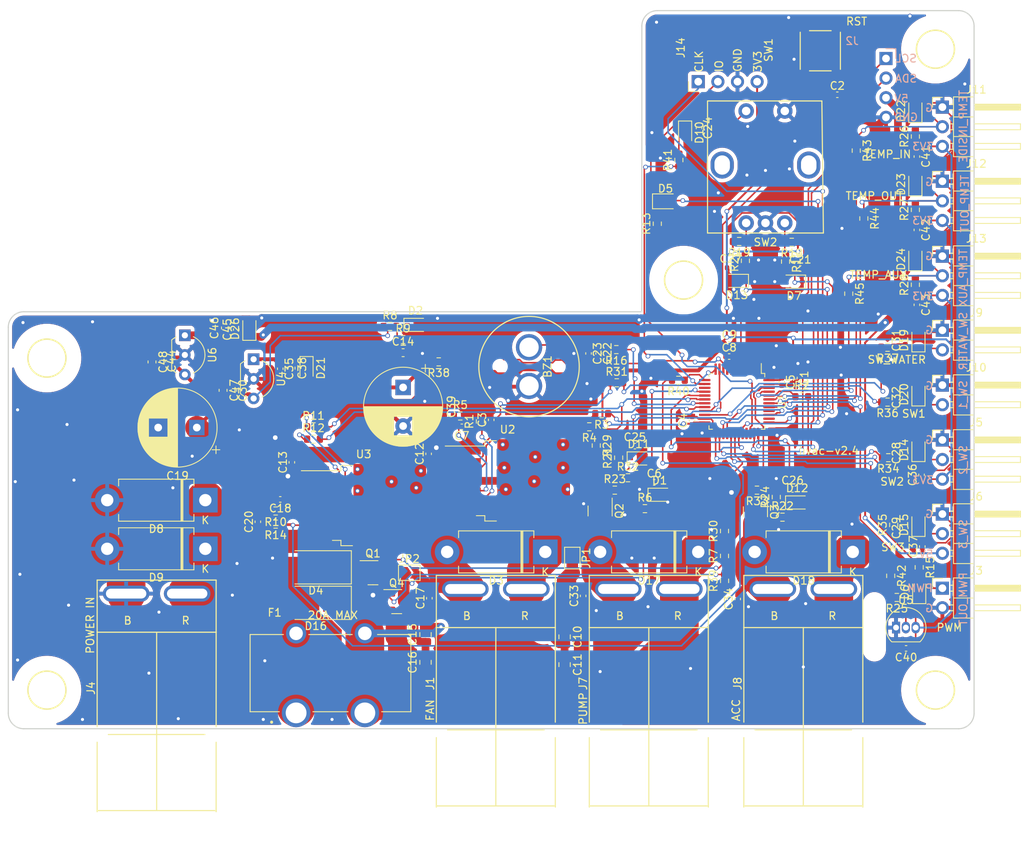
<source format=kicad_pcb>
(kicad_pcb (version 20211014) (generator pcbnew)
  (layers (0 "F.Cu" signal) (31 "B.Cu" signal) (34 "B.Paste" user) (35 "F.Paste" user) (36 "B.SilkS" user "B.Silkscreen") (37 "F.SilkS" user "F.Silkscreen") (38 "B.Mask" user) (39 "F.Mask" user) (44 "Edge.Cuts" user))
  (net 0 "")
  (net 1 "+BATT")
  (net 2 "GND")
  (net 3 "VCC")
  (net 4 "Net-(BZ1-Pad1)")
  (net 5 "/NRST")
  (net 6 "/BRIDGE_SENSE_P")
  (net 7 "/FAN_SENSE")
  (net 8 "Net-(C7-Pad2)")
  (net 9 "/FAN_P")
  (net 10 "/VBATT_DIV")
  (net 11 "/FAN_N")
  (net 12 "Net-(C18-Pad1)")
  (net 13 "/BRIDGE_SENSE_N")
  (net 14 "/ENC_A")
  (net 15 "/BUTTON")
  (net 16 "/PUMP_SENSE")
  (net 17 "/ACC_SENSE")
  (net 18 "/ENC_B")
  (net 19 "/SW_2")
  (net 20 "/SW_3")
  (net 21 "/SW_WATER")
  (net 22 "/SW_1")
  (net 23 "/PUMP_OUT")
  (net 24 "/ACC_OUT")
  (net 25 "/LED")
  (net 26 "Net-(D5-Pad1)")
  (net 27 "Net-(D6-Pad2)")
  (net 28 "Net-(D8-Pad1)")
  (net 29 "/TEMP_INSIDE")
  (net 30 "/TEMP_OUTSIDE")
  (net 31 "/TEMP_AUX")
  (net 32 "/SDA")
  (net 33 "/SCL")
  (net 34 "/SWDIO")
  (net 35 "/SWCLK")
  (net 36 "Net-(JP2-Pad1)")
  (net 37 "Net-(Q1-Pad1)")
  (net 38 "Net-(Q2-Pad1)")
  (net 39 "Net-(Q3-Pad1)")
  (net 40 "/BOOT0")
  (net 41 "Net-(R3-Pad2)")
  (net 42 "/BRIDGE_P")
  (net 43 "Net-(R4-Pad2)")
  (net 44 "/BRIDGE_ENABLE")
  (net 45 "/FAN_SIGNAL")
  (net 46 "Net-(R11-Pad1)")
  (net 47 "/BRIDGE_N")
  (net 48 "Net-(R12-Pad1)")
  (net 49 "/PWM_OUT")
  (net 50 "/BUZZER")
  (net 51 "Net-(R17-Pad1)")
  (net 52 "Net-(R19-Pad1)")
  (net 53 "/PUMP_SIGNAL")
  (net 54 "/ACC_SIGNAL")
  (net 55 "/TEMP_BUILTIN")
  (net 56 "Net-(C28-Pad1)")
  (net 57 "Net-(C29-Pad1)")
  (net 58 "Net-(C31-Pad1)")
  (net 59 "Net-(C32-Pad1)")
  (net 64 "unconnected-(U1-Pad5)")
  (net 65 "unconnected-(U1-Pad6)")
  (net 68 "+5V")
  (net 69 "Net-(C3-Pad1)")
  (net 71 "Net-(C14-Pad1)")
  (net 72 "Net-(C20-Pad1)")
  (net 73 "Net-(C24-Pad1)")
  (net 74 "Net-(D22-Pad1)")
  (net 75 "Net-(D23-Pad1)")
  (net 76 "Net-(D24-Pad1)")
  (net 77 "Net-(Q4-Pad1)")
  (net 78 "Net-(R25-Pad2)")
  (footprint "Homebrew:MURATA_PKM13EPYH4000-A0" (layer "F.Cu") (at 97.4 105.1 -90)
    (fp_text reference "BZ1")
    (fp_text value "Buzzer")
  )
  (footprint "Capacitor_SMD:C_0603_1608Metric" (layer "F.Cu") (at 131.6 106.6 -90)
    (fp_text reference "C1")
    (fp_text value "4.7uF")
  )
  (footprint "Capacitor_SMD:C_0402_1005Metric" (layer "F.Cu") (at 137.3 69.9)
    (fp_text reference "C2")
    (fp_text value "100nF")
  )
  (footprint "Capacitor_SMD:C_0402_1005Metric" (layer "F.Cu") (at 92.5 112 90)
    (fp_text reference "C3")
    (fp_text value "1nF")
  )
  (footprint "Capacitor_SMD:C_0402_1005Metric" (layer "F.Cu") (at 130.1 107.1 -90)
    (fp_text reference "C5")
    (fp_text value "100nF")
  )
  (footprint "Capacitor_SMD:C_0402_1005Metric" (layer "F.Cu") (at 113.6 120.1)
    (fp_text reference "C6")
    (fp_text value "100nF")
  )
  (footprint "Capacitor_SMD:C_0402_1005Metric" (layer "F.Cu") (at 88.7 112.9 180)
    (fp_text reference "C7")
    (fp_text value "100nF")
  )
  (footprint "Capacitor_SMD:C_0402_1005Metric" (layer "F.Cu") (at 123.3 103.8)
    (fp_text reference "C8")
    (fp_text value "100nF")
  )
  (footprint "Capacitor_SMD:C_0603_1608Metric" (layer "F.Cu") (at 123.3 102.4)
    (fp_text reference "C9")
    (fp_text value "4.7uF")
  )
  (footprint "Capacitor_SMD:C_0805_2012Metric" (layer "F.Cu") (at 102 140.1 -90)
    (fp_text reference "C10")
    (fp_text value "220nF")
  )
  (footprint "Capacitor_SMD:C_0805_2012Metric" (layer "F.Cu") (at 102 143.7 -90)
    (fp_text reference "C11")
    (fp_text value "220nF")
  )
  (footprint "Capacitor_SMD:C_0402_1005Metric" (layer "F.Cu") (at 84.4 116.4 90)
    (fp_text reference "C12")
    (fp_text value "100nF")
  )
  (footprint "Capacitor_SMD:C_0402_1005Metric" (layer "F.Cu") (at 66.7 117.5 90)
    (fp_text reference "C13")
    (fp_text value "100nF")
  )
  (footprint "Capacitor_SMD:C_0603_1608Metric" (layer "F.Cu") (at 81.1 103.3)
    (fp_text reference "C14")
    (fp_text value "4.7uF")
  )
  (footprint "Capacitor_SMD:C_0805_2012Metric" (layer "F.Cu") (at 84 139.8 90)
    (fp_text reference "C15")
    (fp_text value "220nF")
  )
  (footprint "Capacitor_SMD:C_0805_2012Metric" (layer "F.Cu") (at 84 143.4 90)
    (fp_text reference "C16")
    (fp_text value "220nF")
  )
  (footprint "Capacitor_SMD:C_0402_1005Metric" (layer "F.Cu") (at 84.5 135.1 90)
    (fp_text reference "C17")
    (fp_text value "100nF")
  )
  (footprint "Capacitor_SMD:C_0402_1005Metric" (layer "F.Cu") (at 65.2 122.3 180)
    (fp_text reference "C18")
    (fp_text value "100nF")
  )
  (footprint "Capacitor_THT:CP_Radial_D10.0mm_P5.00mm" (layer "F.Cu") (at 54.4 113 180)
    (fp_text reference "C19")
    (fp_text value "1000uF")
  )
  (footprint "Capacitor_SMD:C_0402_1005Metric" (layer "F.Cu") (at 62.3 125.2 90)
    (fp_text reference "C20")
    (fp_text value "1nF")
  )
  (footprint "Capacitor_SMD:C_0402_1005Metric" (layer "F.Cu") (at 132.5 92.4)
    (fp_text reference "C21")
    (fp_text value "10nF")
  )
  (footprint "Capacitor_SMD:C_0402_1005Metric" (layer "F.Cu") (at 106.4 103.4 -90)
    (fp_text reference "C22")
    (fp_text value "100nF")
  )
  (footprint "Capacitor_SMD:C_0402_1005Metric" (layer "F.Cu") (at 105.1 103.4 -90)
    (fp_text reference "C23")
    (fp_text value "100nF")
  )
  (footprint "Capacitor_SMD:C_0402_1005Metric" (layer "F.Cu") (at 119.4 74.2 -90)
    (fp_text reference "C24")
    (fp_text value "100nF")
  )
  (footprint "Capacitor_SMD:C_0402_1005Metric" (layer "F.Cu") (at 111.1 115.4)
    (fp_text reference "C25")
    (fp_text value "100nF")
  )
  (footprint "Capacitor_SMD:C_0402_1005Metric" (layer "F.Cu") (at 131.5 121)
    (fp_text reference "C26")
    (fp_text value "100nF")
  )
  (footprint "Capacitor_SMD:C_0402_1005Metric" (layer "F.Cu") (at 123.5 92.3)
    (fp_text reference "C27")
    (fp_text value "10nF")
  )
  (footprint "Capacitor_SMD:C_0402_1005Metric" (layer "F.Cu") (at 146.1 116.3 90)
    (fp_text reference "C28")
    (fp_text value "100nF")
  )
  (footprint "Capacitor_SMD:C_0402_1005Metric" (layer "F.Cu") (at 146.1 126 90)
    (fp_text reference "C29")
    (fp_text value "100nF")
  )
  (footprint "Capacitor_SMD:C_0402_1005Metric" (layer "F.Cu") (at 59.2 108.2 -90)
    (fp_text reference "C30")
    (fp_text value "100nF")
  )
  (footprint "Capacitor_SMD:C_0402_1005Metric" (layer "F.Cu") (at 146.1 101.7 90)
    (fp_text reference "C31")
    (fp_text value "100nF")
  )
  (footprint "Capacitor_SMD:C_0402_1005Metric" (layer "F.Cu") (at 146.1 109.1 90)
    (fp_text reference "C32")
    (fp_text value "100nF")
  )
  (footprint "Capacitor_SMD:C_0402_1005Metric" (layer "F.Cu") (at 104.4 134.8 90)
    (fp_text reference "C33")
    (fp_text value "100nF")
  )
  (footprint "Capacitor_SMD:C_0402_1005Metric" (layer "F.Cu") (at 124.4 135.2 90)
    (fp_text reference "C34")
    (fp_text value "100nF")
  )
  (footprint "Capacitor_SMD:C_0402_1005Metric" (layer "F.Cu") (at 65.2 105.38 -90)
    (fp_text reference "C35")
    (fp_text value "100nF")
  )
  (footprint "Capacitor_SMD:C_0402_1005Metric" (layer "F.Cu") (at 148.2 119.12 90)
    (fp_text reference "C36")
    (fp_text value "100nF")
  )
  (footprint "Capacitor_SMD:C_0402_1005Metric" (layer "F.Cu") (at 148.3 128.4 90)
    (fp_text reference "C37")
    (fp_text value "100nF")
  )
  (footprint "Capacitor_SMD:C_0603_1608Metric" (layer "F.Cu") (at 66.6 105.3 -90)
    (fp_text reference "C38")
    (fp_text value "4.7uF")
  )
  (footprint "Capacitor_THT:CP_Radial_D10.0mm_P5.00mm" (layer "F.Cu") (at 81.1 107.8 -90)
    (fp_text reference "C39")
    (fp_text value "470uF")
  )
  (footprint "Capacitor_SMD:C_0402_1005Metric" (layer "F.Cu") (at 146.2 141.6 180)
    (fp_text reference "C40")
    (fp_text value "100nF")
  )
  (footprint "Capacitor_SMD:C_0402_1005Metric" (layer "F.Cu") (at 147.6 77.9 -90)
    (fp_text reference "C41")
    (fp_text value "100nF")
  )
  (footprint "Capacitor_SMD:C_0402_1005Metric" (layer "F.Cu") (at 147.6 87.4 -90)
    (fp_text reference "C42")
    (fp_text value "100nF")
  )
  (footprint "Capacitor_SMD:C_0402_1005Metric" (layer "F.Cu") (at 147.6 97.1 -90)
    (fp_text reference "C43")
    (fp_text value "100nF")
  )
  (footprint "Diode_SMD:D_SOD-323" (layer "F.Cu") (at 114.3 121.7)
    (fp_text reference "D1")
    (fp_text value "TVS_5V")
  )
  (footprint "Diode_SMD:D_SOD-323" (layer "F.Cu") (at 82.7 99.7)
    (fp_text reference "D2")
    (fp_text value "TVS_5V")
  )
  (footprint "Diode_SMD:D_SMB_Handsoldering" (layer "F.Cu") (at 69.8 131.1 180)
    (fp_text reference "D4")
    (fp_text value "TVS_12V")
  )
  (footprint "LED_SMD:LED_0805_2012Metric" (layer "F.Cu") (at 115.0625 83.7)
    (fp_text reference "D5")
    (fp_text value "LED")
  )
  (footprint "Diode_SMD:D_SOD-323" (layer "F.Cu") (at 147.9 134.3 90)
    (fp_text reference "D6")
    (fp_text value "TVS_5V")
  )
  (footprint "Diode_SMD:D_SOD-323" (layer "F.Cu") (at 131.7 94.1 180)
    (fp_text reference "D7")
    (fp_text value "TVS_5V")
  )
  (footprint "Diode_THT:D_DO-201AD_P12.70mm_Horizontal" (layer "F.Cu") (at 55.5 122.4 180)
    (fp_text reference "D8")
    (fp_text value "D_Schottky")
  )
  (footprint "Diode_THT:D_DO-201AD_P12.70mm_Horizontal" (layer "F.Cu") (at 55.5 128.7 180)
    (fp_text reference "D9")
    (fp_text value "D_Schottky")
  )
  (footprint "Diode_SMD:D_SOD-323" (layer "F.Cu") (at 117.6 74.8 -90)
    (fp_text reference "D10")
    (fp_text value "TVS_5V")
  )
  (footprint "Diode_SMD:D_SOD-323" (layer "F.Cu") (at 111.6 117)
    (fp_text reference "D11")
    (fp_text value "TVS_5V")
  )
  (footprint "Diode_SMD:D_SOD-323" (layer "F.Cu") (at 132.1 122.7)
    (fp_text reference "D12")
    (fp_text value "TVS_5V")
  )
  (footprint "Diode_SMD:D_SOD-323" (layer "F.Cu") (at 124.3 94 180)
    (fp_text reference "D13")
    (fp_text value "TVS_5V")
  )
  (footprint "Diode_SMD:D_SOD-323" (layer "F.Cu") (at 147.8 115.9 90)
    (fp_text reference "D14")
    (fp_text value "TVS_5V")
  )
  (footprint "Diode_SMD:D_SOD-323" (layer "F.Cu") (at 147.8 125.6 90)
    (fp_text reference "D15")
    (fp_text value "TVS_5V")
  )
  (footprint "Diode_SMD:D_SMB_Handsoldering" (layer "F.Cu") (at 69.8 135.7 180)
    (fp_text reference "D16")
    (fp_text value "TVS_12V")
  )
  (footprint "Diode_THT:D_DO-201AD_P12.70mm_Horizontal" (layer "F.Cu") (at 119.3 129.1 180)
    (fp_text reference "D17")
    (fp_text value "D_Schottky")
  )
  (footprint "Diode_THT:D_DO-201AD_P12.70mm_Horizontal" (layer "F.Cu") (at 139.3 129.1 180)
    (fp_text reference "D18")
    (fp_text value "D_Schottky")
  )
  (footprint "Diode_SMD:D_SOD-323" (layer "F.Cu") (at 147.8 101.7 90)
    (fp_text reference "D19")
    (fp_text value "TVS_5V")
  )
  (footprint "Diode_SMD:D_SOD-323" (layer "F.Cu") (at 147.8 108.7 90)
    (fp_text reference "D20")
    (fp_text value "TVS_5V")
  )
  (footprint "Diode_SMD:D_SOD-323" (layer "F.Cu") (at 68.6 105.3 -90)
    (fp_text reference "D21")
    (fp_text value "TVS_5V")
  )
  (footprint "Diode_SMD:D_SOD-323" (layer "F.Cu") (at 147.4 72 90)
    (fp_text reference "D22")
    (fp_text value "TVS_5V")
  )
  (footprint "Diode_SMD:D_SOD-323" (layer "F.Cu") (at 147.4 81.5 90)
    (fp_text reference "D23")
    (fp_text value "TVS_5V")
  )
  (footprint "Diode_SMD:D_SOD-323" (layer "F.Cu") (at 147.4 91.2 90)
    (fp_text reference "D24")
    (fp_text value "TVS_5V")
  )
  (footprint "Homebrew:FUSE_3550-2" (layer "F.Cu") (at 71.7 144.8)
    (fp_text reference "F1")
    (fp_text value "ATC")
  )
  (footprint "Homebrew:HOLE_M4" (layer "F.Cu") (at 35 147)
    (fp_text reference "H1" hide)
    (fp_text value "HOLE" hide)
  )
  (footprint "Homebrew:HOLE_M4" (layer "F.Cu") (at 150 64)
    (fp_text reference "H2" hide)
    (fp_text value "HOLE" hide)
  )
  (footprint "Homebrew:HOLE_M4" (layer "F.Cu") (at 150 147)
    (fp_text reference "H3" hide)
    (fp_text value "HOLE" hide)
  )
  (footprint "Homebrew:HOLE_M4" (layer "F.Cu") (at 35 104)
    (fp_text reference "H4" hide)
    (fp_text value "HOLE" hide)
  )
  (footprint "Connector_PinHeader_2.54mm:PinHeader_1x02_P2.54mm_Horizontal" (layer "F.Cu") (at 150.9 133.8)
    (fp_text reference "J3")
    (fp_text value "Conn_01x02")
  )
  (footprint "Homebrew:Anderson_1336G1_right_angle_bottom_two" (layer "F.Cu") (at 49.2 134.5 180)
    (fp_text reference "J4")
    (fp_text value "Anderson_two_redblack_src")
  )
  (footprint "Connector_PinHeader_2.54mm:PinHeader_1x03_P2.54mm_Horizontal" (layer "F.Cu") (at 150.9 114.6)
    (fp_text reference "J5")
    (fp_text value "Conn_01x03")
  )
  (footprint "Connector_PinHeader_2.54mm:PinHeader_1x03_P2.54mm_Horizontal" (layer "F.Cu") (at 150.9 124.2)
    (fp_text reference "J6")
    (fp_text value "Conn_01x03")
  )
  (footprint "Homebrew:Anderson_1336G1_right_angle_bottom_two" (layer "F.Cu") (at 112.9 133.9 180)
    (fp_text reference "J7")
    (fp_text value "Anderson_two_redblack_sink")
  )
  (footprint "Homebrew:Anderson_1336G1_right_angle_bottom_two" (layer "F.Cu") (at 132.9 133.9 180)
    (fp_text reference "J8")
    (fp_text value "Anderson_two_redblack_sink")
  )
  (footprint "Connector_PinHeader_2.54mm:PinHeader_1x02_P2.54mm_Horizontal" (layer "F.Cu") (at 150.9 100.4)
    (fp_text reference "J9")
    (fp_text value "Conn_01x02")
  )
  (footprint "Connector_PinHeader_2.54mm:PinHeader_1x02_P2.54mm_Horizontal" (layer "F.Cu") (at 150.9 107.5)
    (fp_text reference "J10")
    (fp_text value "Conn_01x02")
  )
  (footprint "Connector_PinHeader_2.54mm:PinHeader_1x03_P2.54mm_Horizontal" (layer "F.Cu") (at 150.9 81.1)
    (fp_text reference "J12")
    (fp_text value "Conn_01x03")
  )
  (footprint "Connector_PinHeader_2.54mm:PinHeader_1x03_P2.54mm_Horizontal" (layer "F.Cu") (at 150.9 90.8)
    (fp_text reference "J13")
    (fp_text value "Conn_01x03")
  )
  (footprint "Connector_PinHeader_2.54mm:PinHeader_1x04_P2.54mm_Horizontal" (layer "F.Cu") (at 119.3 68.2 90)
    (fp_text reference "J14")
    (fp_text value "Conn_01x04")
  )
  (footprint "Jumper:SolderJumper-2_P1.3mm_Open_TrianglePad1.0x1.5mm" (layer "F.Cu") (at 103 129.9 -90)
    (fp_text reference "JP1")
    (fp_text value "SolderJumper_2_Open")
  )
  (footprint "Jumper:SolderJumper-2_P1.3mm_Open_TrianglePad1.0x1.5mm" (layer "F.Cu") (at 81.9 131.8)
    (fp_text reference "JP2")
    (fp_text value "SolderJumper_2_Open")
  )
  (footprint "Package_TO_SOT_SMD:SOT-23" (layer "F.Cu") (at 77.2 131.8)
    (fp_text reference "Q1")
    (fp_text value "AO3400A")
  )
  (footprint "Package_TO_SOT_SMD:SOT-23" (layer "F.Cu") (at 106.6 123.8 -90)
    (fp_text reference "Q2")
    (fp_text value "AO3400A")
  )
  (footprint "Package_TO_SOT_SMD:SOT-23" (layer "F.Cu") (at 126.7 123.9 -90)
    (fp_text reference "Q3")
    (fp_text value "AO3400A")
  )
  (footprint "Resistor_SMD:R_0603_1608Metric" (layer "F.Cu") (at 91.1 112.2 90)
    (fp_text reference "R1")
    (fp_text value "470")
  )
  (footprint "Resistor_SMD:R_0603_1608Metric" (layer "F.Cu") (at 132.7 109)
    (fp_text reference "R2")
    (fp_text value "24k")
  )
  (footprint "Resistor_SMD:R_0603_1608Metric" (layer "F.Cu") (at 106.8 111.2 180)
    (fp_text reference "R3")
    (fp_text value "10k")
  )
  (footprint "Resistor_SMD:R_0603_1608Metric" (layer "F.Cu") (at 105.2 112.9 180)
    (fp_text reference "R4")
    (fp_text value "10k")
  )
  (footprint "Resistor_SMD:R_0603_1608Metric" (layer "F.Cu") (at 88.5 111.5)
    (fp_text reference "R5")
    (fp_text value "10k")
  )
  (footprint "Resistor_SMD:R_0603_1608Metric" (layer "F.Cu") (at 112.4 123.5)
    (fp_text reference "R6")
    (fp_text value "24k")
  )
  (footprint "Resistor_SMD:R_0603_1608Metric" (layer "F.Cu") (at 122.7 129.625 90)
    (fp_text reference "R7")
    (fp_text value "150")
  )
  (footprint "Resistor_SMD:R_0603_1608Metric" (layer "F.Cu") (at 79.4 99.9)
    (fp_text reference "R8")
    (fp_text value "390k")
  )
  (footprint "Resistor_SMD:R_0603_1608Metric" (layer "F.Cu") (at 81.1 101.6)
    (fp_text reference "R9")
    (fp_text value "110k")
  )
  (footprint "Resistor_SMD:R_0603_1608Metric" (layer "F.Cu") (at 64.6 123.8 180)
    (fp_text reference "R10")
    (fp_text value "10k")
  )
  (footprint "Resistor_SMD:R_0603_1608Metric" (layer "F.Cu") (at 69.5 112.9)
    (fp_text reference "R11")
    (fp_text value "10k")
  )
  (footprint "Resistor_SMD:R_0603_1608Metric" (layer "F.Cu") (at 69.5 114.5)
    (fp_text reference "R12")
    (fp_text value "10k")
  )
  (footprint "Resistor_SMD:R_0603_1608Metric" (layer "F.Cu") (at 114 86.6 90)
    (fp_text reference "R13")
    (fp_text value "150")
  )
  (footprint "Resistor_SMD:R_0603_1608Metric" (layer "F.Cu") (at 64.6 125.5 180)
    (fp_text reference "R14")
    (fp_text value "470")
  )
  (footprint "Resistor_SMD:R_0603_1608Metric" (layer "F.Cu") (at 147.9 131.1 -90)
    (fp_text reference "R15")
    (fp_text value "150")
  )
  (footprint "Resistor_SMD:R_0603_1608Metric" (layer "F.Cu") (at 108.7 102.9 180)
    (fp_text reference "R16")
    (fp_text value "47")
  )
  (footprint "Resistor_SMD:R_0603_1608Metric" (layer "F.Cu") (at 131.4 89 180)
    (fp_text reference "R18")
    (fp_text value "10k")
  )
  (footprint "Resistor_SMD:R_0603_1608Metric" (layer "F.Cu") (at 124.6 88.9 180)
    (fp_text reference "R19")
    (fp_text value "10k")
  )
  (footprint "Resistor_SMD:R_0603_1608Metric" (layer "F.Cu") (at 125.4 91.4 90)
    (fp_text reference "R20")
    (fp_text value "10k")
  )
  (footprint "Resistor_SMD:R_0603_1608Metric" (layer "F.Cu") (at 109 116.9 90)
    (fp_text reference "R21")
    (fp_text value "24k")
  )
  (footprint "Resistor_SMD:R_0603_1608Metric" (layer "F.Cu") (at 130.2 124.6)
    (fp_text reference "R22")
    (fp_text value "24k")
  )
  (footprint "Resistor_SMD:R_0603_1608Metric" (layer "F.Cu") (at 108.5 121.1)
    (fp_text reference "R23")
    (fp_text value "150")
  )
  (footprint "Resistor_SMD:R_0603_1608Metric" (layer "F.Cu") (at 129.4 122 90)
    (fp_text reference "R24")
    (fp_text value "150")
  )
  (footprint "Resistor_SMD:R_0603_1608Metric" (layer "F.Cu") (at 145 135 180)
    (fp_text reference "R25")
    (fp_text value "4k7")
  )
  (footprint "Resistor_SMD:R_0603_1608Metric" (layer "F.Cu") (at 147.4 75.3 90)
    (fp_text reference "R26")
    (fp_text value "4k7")
  )
  (footprint "Resistor_SMD:R_0603_1608Metric" (layer "F.Cu") (at 147.4 84.8 90)
    (fp_text reference "R27")
    (fp_text value "4k7")
  )
  (footprint "Resistor_SMD:R_0603_1608Metric" (layer "F.Cu") (at 147.4 94.5 90)
    (fp_text reference "R28")
    (fp_text value "4k7")
  )
  (footprint "Homebrew:SW_TACTILE_5.1MM_TS-1187A-C-D-B" (layer "F.Cu") (at 135.1 64.2 90)
    (fp_text reference "SW1")
    (fp_text value "SW_Push")
  )
  (footprint "Homebrew:BOURNS_PEC12R-4xxxF-Sxxxx" (layer "F.Cu") (at 128 79)
    (fp_text reference "SW2")
    (fp_text value "Rotary_Encoder_Switch")
  )
  (footprint "Package_QFP:LQFP-48_7x7mm_P0.5mm" (layer "F.Cu") (at 124.3 109.6 -90)
    (fp_text reference "U1")
    (fp_text value "STM32F030C8Tx")
  )
  (footprint "Package_TO_SOT_SMD:TO-263-7_TabPin8" (layer "F.Cu") (at 94.625 119.9)
    (fp_text reference "U2")
    (fp_text value "IFX007T")
  )
  (footprint "Package_TO_SOT_SMD:TO-263-7_TabPin8" (layer "F.Cu") (at 76 123.1)
    (fp_text reference "U3")
    (fp_text value "IFX007T")
  )
  (footprint "Package_TO_SOT_THT:TO-92L_Inline_Wide" (layer "F.Cu") (at 61.75 104.15 -90)
    (fp_text reference "U4")
    (fp_text value "AP7381-XXV")
  )
  (footprint "Package_TO_SOT_THT:TO-92_Inline" (layer "F.Cu") (at 144.9 138.9)
    (fp_text reference "U5")
    (fp_text value "DS18B20")
  )
  (footprint "Homebrew:Anderson_1336G1_right_angle_bottom_two" (layer "F.Cu") (at 93.1 133.9 180)
    (fp_text reference "J1")
    (fp_text value "Anderson_two_redblack")
  )
  (footprint "Resistor_SMD:R_0603_1608Metric" (layer "F.Cu") (at 106.1 115.325 -90)
    (fp_text reference "R29")
    (fp_text value "110k")
  )
  (footprint "Resistor_SMD:R_0603_1608Metric" (layer "F.Cu") (at 122.7 126.4 90)
    (fp_text reference "R30")
    (fp_text value "10k")
  )
  (footprint "Resistor_SMD:R_0603_1608Metric" (layer "F.Cu") (at 110.2 119.5)
    (fp_text reference "R32")
    (fp_text value "10k")
  )
  (footprint "Resistor_SMD:R_0603_1608Metric" (layer "F.Cu") (at 126.9 121.1 180)
    (fp_text reference "R33")
    (fp_text value "10k")
  )
  (footprint "Diode_THT:D_DO-201AD_P12.70mm_Horizontal" (layer "F.Cu") (at 99.5 129.1 180)
    (fp_text reference "D3")
    (fp_text value "D_Schottky")
  )
  (footprint "Capacitor_SMD:C_0402_1005Metric" (layer "F.Cu") (at 118.5 112.1 90)
    (fp_text reference "C4")
    (fp_text value "100nF")
  )
  (footprint "Connector_PinHeader_2.54mm:PinHeader_1x03_P2.54mm_Horizontal" (layer "F.Cu") (at 150.9 71.5)
    (fp_text reference "J11")
    (fp_text value "Conn_01x03")
  )
  (footprint "Homebrew:HOLE_M4" (layer "F.Cu") (at 117.4 93.9)
    (fp_text reference "H5" hide)
    (fp_text value "HOLE" hide)
  )
  (footprint "Resistor_SMD:R_0603_1608Metric" (layer "F.Cu") (at 130.6 91.5 -90)
    (fp_text reference "R17")
    (fp_text value "10k")
  )
  (footprint "Resistor_SMD:R_0603_1608Metric" (layer "F.Cu") (at 143.9 116.9 180)
    (fp_text reference "R34")
    (fp_text value "1k")
  )
  (footprint "Resistor_SMD:R_0603_1608Metric" (layer "F.Cu") (at 144.6 125.6 90)
    (fp_text reference "R35")
    (fp_text value "1k")
  )
  (footprint "Resistor_SMD:R_0603_1608Metric" (layer "F.Cu") (at 143.8 109.7 180)
    (fp_text reference "R36")
    (fp_text value "1k")
  )
  (footprint "Resistor_SMD:R_0603_1608Metric" (layer "F.Cu") (at 143.8 102.6 180)
    (fp_text reference "R37")
    (fp_text value "1k")
  )
  (footprint "Homebrew:SLOT_W2mm_H8mm" (layer "F.Cu") (at 142.1 138.8)
    (fp_text reference "H6")
    (fp_text value "SLOT")
  )
  (footprint "Capacitor_SMD:C_0402_1005Metric" (layer "F.Cu") (at 50 104.4 -90)
    (fp_text reference "C44")
    (fp_text value "100nF")
  )
  (footprint "Capacitor_SMD:C_0603_1608Metric" (layer "F.Cu") (at 57.8 108.175 -90)
    (fp_text reference "C47")
    (fp_text value "4.7uF")
  )
  (footprint "Resistor_SMD:R_0603_1608Metric" (layer "F.Cu") (at 108.75 107.2)
    (fp_text reference "R31")
    (fp_text value "1k")
  )
  (footprint "Resistor_SMD:R_0603_1608Metric" (layer "F.Cu") (at 122.71 132.85 90)
    (fp_text reference "R39")
    (fp_text value "150")
  )
  (footprint "Resistor_SMD:R_0603_1608Metric" (layer "F.Cu") (at 138.78 95.66 -90)
    (fp_text reference "R45")
    (fp_text value "150")
  )
  (footprint "Resistor_SMD:R_0603_1608Metric" (layer "F.Cu") (at 140.73 85.92 -90)
    (fp_text reference "R44")
    (fp_text value "150")
  )
  (footprint "Package_TO_SOT_THT:TO-92L_Inline_Wide" (layer "F.Cu") (at 52.85 101.05 -90)
    (fp_text reference "U6")
    (fp_text value "AP7381-XXV")
  )
  (footprint "Capacitor_SMD:C_0402_1005Metric" (layer "F.Cu") (at 59.5 100.3 90)
    (fp_text reference "C45")
    (fp_text value "100nF")
  )
  (footprint "Capacitor_SMD:C_0603_1608Metric" (layer "F.Cu") (at 58.1 100.1 90)
    (fp_text reference "C46")
    (fp_text value "4.7uF")
  )
  (footprint "Resistor_SMD:R_0603_1608Metric" (layer "F.Cu") (at 85.71 104.49 180)
    (fp_text reference "R38")
    (fp_text value "1k")
  )
  (footprint "Resistor_SMD:R_0603_1608Metric" (layer "F.Cu") (at 116.79 78.35 90)
    (fp_text reference "R41")
    (fp_text value "1k")
  )
  (footprint "Diode_SMD:D_SOD-323" (layer "F.Cu") (at 61.2 100.2 90)
    (fp_text reference "D26")
    (fp_text value "TVS_5V")
  )
  (footprint "Resistor_SMD:R_0603_1608Metric" (layer "F.Cu") (at 139.75 77.13 -90)
    (fp_text reference "R43")
    (fp_text value "150")
  )
  (footprint "Capacitor_SMD:C_0603_1608Metric" (layer "F.Cu") (at 48.6 104.5 -90)
    (fp_text reference "C48")
    (fp_text value "4.7uF")
  )
  (footprint "Resistor_SMD:R_0603_1608Metric" (layer "F.Cu") (at 144.21 132.2 -90)
    (fp_text reference "R42")
    (fp_text value "150")
  )
  (footprint "Resistor_SMD:R_0603_1608Metric" (layer "F.Cu") (at 116.73 106.87 180)
    (fp_text reference "R40")
    (fp_text value "1k")
  )
  (footprint "Package_TO_SOT_SMD:SOT-23" (layer "F.Cu") (at 80.27 135.54)
    (fp_text reference "Q4")
    (fp_text value "AO3400A")
  )
  (footprint "Connector_PinHeader_2.54mm:PinHeader_1x04_P2.54mm_Horizontal" (layer "B.Cu") (at 143.6 65.2 180)
    (fp_text reference "J2")
    (fp_text value "Conn_01x04")
  )
  (gr_line (start 30 100) (end 30 150) (layer "Edge.Cuts") (width 0.15))
  (gr_line (start 153 59) (end 114 59) (layer "Edge.Cuts") (width 0.15))
  (gr_line (start 112 61) (end 112 98) (layer "Edge.Cuts") (width 0.15))
  (gr_arc (start 32 152) (mid 30.585786 151.414214) (end 30 150) (layer "Edge.Cuts") (width 0.15))
  (gr_arc (start 153 59) (mid 154.414214 59.585786) (end 155 61) (layer "Edge.Cuts") (width 0.15))
  (gr_line (start 155 150) (end 155 61) (layer "Edge.Cuts") (width 0.15))
  (gr_line (start 32 152) (end 153 152) (layer "Edge.Cuts") (width 0.15))
  (gr_arc (start 30 100) (mid 30.585786 98.585786) (end 32 98) (layer "Edge.Cuts") (width 0.15))
  (gr_arc (start 112 61) (mid 112.585786 59.585786) (end 114 59) (layer "Edge.Cuts") (width 0.15))
  (gr_line (start 112 98) (end 32 98) (layer "Edge.Cuts") (width 0.15))
  (gr_arc (start 155 150) (mid 154.414214 151.414214) (end 153 152) (layer "Edge.Cuts") (width 0.15))
  (gr_text "5V" (at 148.8 129.4) (layer "B.SilkS") (effects (font (size 1 1)) (justify mirror)))
  (gr_text "SW_2" (at 153.6 117.2 90) (layer "B.SilkS") (effects (font (size 1 1)) (justify mirror)))
  (gr_text "TEMP_AUX" (at 153.6 93.6 90) (layer "B.SilkS") (effects (font (size 1 1)) (justify mirror)))
  (gr_text "G" (at 149.2 100.4) (layer "B.SilkS") (effects (font (size 1 1)) (justify mirror)))
  (gr_text "G" (at 149.2 90.8) (layer "B.SilkS") (effects (font (size 1 1)) (justify mirror)))
  (gr_text "G" (at 149.2 71.6) (layer "B.SilkS") (effects (font (size 1 1)) (justify mirror)))
  (gr_text "TEMP_OUT" (at 153.8 84 90) (layer "B.SilkS") (effects (font (size 1 1)) (justify mirror)))
  (gr_text "PWM_OUT" (at 153.6 135.2 90) (layer "B.SilkS") (effects (font (size 1 1)) (justify mirror)))
  (gr_text "TEMP_INSIDE" (at 153.6 74 90) (layer "B.SilkS") (effects (font (size 1 1)) (justify mirror)))
  (gr_text "PWM" (at 148 133.8) (layer "B.SilkS") (effects (font (size 1 1)) (justify mirror)))
  (gr_text "SDA" (at 146.2 67.8) (layer "B.SilkS") (effects (font (size 1 1)) (justify mirror)))
  (gr_text "SW_1" (at 153.6 108.8 90) (layer "B.SilkS") (effects (font (size 1 1)) (justify mirror)))
  (gr_text "SCL" (at 146.2 65.2) (layer "B.SilkS") (effects (font (size 1 1)) (justify mirror)))
  (gr_text "SW_WATER" (at 153.6 101.8 90) (layer "B.SilkS") (effects (font (size 1 1)) (justify mirror)))
  (gr_text "3V3" (at 148.4 96) (layer "B.SilkS") (effects (font (size 1 1)) (justify mirror)))
  (gr_text "3V3" (at 148.4 76.6) (layer "B.SilkS") (effects (font (size 1 1)) (justify mirror)))
  (gr_text "G" (at 149.2 124.2) (layer "B.SilkS") (effects (font (size 1 1)) (justify mirror)))
  (gr_text "5V" (at 145.6 70.4) (layer "B.SilkS") (effects (font (size 1 1)) (justify mirror)))
  (gr_text "3V3" (at 148.4 119.8) (layer "B.SilkS") (effects (font (size 1 1)) (justify mirror)))
  (gr_text "3V3" (at 148.4 86.2) (layer "B.SilkS") (effects (font (size 1 1)) (justify mirror)))
  (gr_text "GND" (at 146.2 72.8) (layer "B.SilkS") (effects (font (size 1 1)) (justify mirror)))
  (gr_text "G" (at 149.2 114.6) (layer "B.SilkS") (effects (font (size 1 1)) (justify mirror)))
  (gr_text "G" (at 149.2 136.4) (layer "B.SilkS") (effects (font (size 1 1)) (justify mirror)))
  (gr_text "SW_3" (at 153.6 126.8 90) (layer "B.SilkS") (effects (font (size 1 1)) (justify mirror)))
  (gr_text "G" (at 149.2 107.6) (layer "B.SilkS") (effects (font (size 1 1)) (justify mirror)))
  (gr_text "G" (at 149.2 81.2) (layer "B.SilkS") (effects (font (size 1 1)) (justify mirror)))
  (gr_text "3V3" (at 127 65.6 90) (layer "F.SilkS") (effects (font (size 1 1))))
  (gr_text "PUMP" (at 104.4 149.4 90) (layer "F.SilkS") (effects (font (size 1 1))))
  (gr_text "POWER IN" (at 40.6 138.6 90) (layer "F.SilkS") (effects (font (size 1 1))))
  (gr_text "CLK" (at 119.4 65.6 90) (layer "F.SilkS") (effects (font (size 1 1))))
  (gr_text "IO" (at 122 66.2 90) (layer "F.SilkS") (effects (font (size 1 1))))
  (gr_text "SW_WATER" (at 145 104.2) (layer "F.SilkS") (effects (font (size 1 1))))
  (gr_text "TEMP_OUT" (at 142.1 83) (layer "F.SilkS") (effects (font (size 1 1))))
  (gr_text "20A MAX" (at 72 137.3) (layer "F.SilkS") (effects (font (size 1 1))))
  (gr_text "TEMP_AUX" (at 142.6 93.2) (layer "F.SilkS") (effects (font (size 1 1))))
  (gr_text "hvac-v2.4" (at 136.2 116) (layer "F.SilkS") (effects (font (size 1 1))))
  (gr_text "TEMP_IN" (at 143.8 77.6) (layer "F.SilkS") (effects (font (size 1 1))))
  (gr_text "PWM" (at 151.8 138.9) (layer "F.SilkS") (effects (font (size 1 1))))
  (gr_text "FAN" (at 84.6 149.6 90) (layer "F.SilkS") (effects (font (size 1 1))))
  (gr_text "ACC" (at 124.2 149.6 90) (layer "F.SilkS") (effects (font (size 1 1))))
  (gr_text "SW3" (at 144.5 128.5) (layer "F.SilkS") (effects (font (size 1 1))))
  (gr_text "SW1" (at 147.2 111.2) (layer "F.SilkS") (effects (font (size 1 1))))
  (gr_text "RST" (at 139.8 60.4) (layer "F.SilkS") (effects (font (size 1 1))))
  (gr_text "GND" (at 124.4 65.4 90) (layer "F.SilkS") (effects (font (size 1 1))))
  (gr_text "SW2" (at 144.4 120) (layer "F.SilkS") (effects (font (size 1 1))))
  (segment (start 58.93 108.95) (end 59.2 108.68) (width 0.5) (layer "F.Cu") (net 1))
  (segment (start 79.1 100.425) (end 78.575 99.9) (width 0.2) (layer "F.Cu") (net 1))
  (segment (start 60.71 119.31) (end 54.4 113) (width 3) (layer "F.Cu") (net 1))
  (segment (start 101.411272 148.350011) (end 100.949989 148.350011) (width 2) (layer "F.Cu") (net 1))
  (segment (start 84.635001 116.999999) (end 83.390499 116.999999) (width 1) (layer "F.Cu") (net 1))
  (segment (start 60.78999 121.01001) (end 60.78999 126.375052) (width 2) (layer "F.Cu") (net 1))
  (segment (start 48.995 104.88) (end 48.6 105.275) (width 0.5) (layer "F.Cu") (net 1))
  (segment (start 77.750011 148.350011) (end 76.15 146.75) (width 5) (layer "F.Cu") (net 1))
  (segment (start 85.79 118.154998) (end 84.635001 116.999999) (width 1) (layer "F.Cu") (net 1))
  (segment (start 54.4 107.68) (end 52.85 106.13) (width 0.5) (layer "F.Cu") (net 1))
  (segment (start 102 132.85) (end 103 131.85) (width 2) (layer "F.Cu") (net 1))
  (segment (start 60.99 122.32) (end 60.99 119.91) (width 3) (layer "F.Cu") (net 1))
  (segment (start 134.04999 147.85001) (end 109.24999 147.85001) (width 5) (layer "F.Cu") (net 1))
  (segment (start 60.85 118.25) (end 60.85 121.2) (width 2) (layer "F.Cu") (net 1))
  (segment (start 84.05 138.8) (end 84 138.85) (width 1) (layer "F.Cu") (net 1))
  (segment (start 85.79 123.71) (end 85.79 118.154998) (width 1) (layer "F.Cu") (net 1))
  (segment (start 76.15 139.65) (end 76.15 146.75) (width 5) (layer "F.Cu") (net 1))
  (segment (start 116.85 140.25) (end 109.24999 147.85001) (width 5) (layer "F.Cu") (net 1))
  (segment (start 119.83 140.25) (end 124.37999 135.70001) (width 1) (layer "F.Cu") (net 1))
  (segment (start 88.85 123.71) (end 85.79 123.71) (width 1) (layer "F.Cu") (net 1))
  (segment (start 54.4 113) (end 57.8 109.6) (width 0.5) (layer "F.Cu") (net 1))
  (segment (start 102 139.15) (end 102 132.85) (width 2) (layer "F.Cu") (net 1))
  (segment (start 82.8905 116.5) (end 64.4 116.5) (width 2) (layer "F.Cu") (net 1))
  (segment (start 72.5 131.1) (end 72.5 130.513062) (width 3) (layer "F.Cu") (net 1))
  (segment (start 104.20001 140.474384) (end 104.20001 145.561273) (width 2) (layer "F.Cu") (net 1))
  (segment (start 51.6 104.88) (end 52.85 106.13) (width 0.5) (layer "F.Cu") (net 1))
  (segment (start 136.85 133.9) (end 136.85 145.05) (width 5) (layer "F.Cu") (net 1))
  (segment (start 69.726438 127.7395) (end 65.730378 127.7395) (width 3) (layer "F.Cu") (net 1))
  (segment (start 50 104.88) (end 48.995 104.88) (width 0.5) (layer "F.Cu") (net 1))
  (segment (start 79.1 101.1) (end 79.1 100.425) (width 0.2) (layer "F.Cu") (net 1))
  (segment (start 72.5 135.7) (end 72.5 131.1) (width 3) (layer "F.Cu") (net 1))
  (segment (start 57.8 109.6) (end 57.8 108.95) (width 0.5) (layer "F.Cu") (net 1))
  (segment (start 68.21 126.91) (end 67.02001 128.09999) (width 1) (layer "F.Cu") (net 1))
  (segment (start 116.85 140.25) (end 119.83 140.25) (width 1) (layer "F.Cu") (net 1))
  (segment (start 116.85 131.55) (end 119.3 129.1) (width 5) (layer "F.Cu") (net 1))
  (segment (start 76.15 139.65) (end 76.15 139.35) (width 3) (layer "F.Cu") (net 1))
  (segment (start 70.225 126.91) (end 68.21 126.91) (width 1) (layer "F.Cu") (net 1))
  (segment (start 102 139.15) (end 103 138.15) (width 1) (layer "F.Cu") (net 1))
  (segment (start 102 139.15) (end 102.875626 139.15) (width 2) (layer "F.Cu") (net 1))
  (segment (start 108.749989 148.350011) (end 100.949989 148.350011) (width 5) (layer "F.Cu") (net 1))
  (segment (start 116.85 133.9) (end 116.85 140.25) (width 5) (layer "F.Cu") (net 1))
  (segment (start 72.5 130.513062) (end 69.726438 127.7395) (width 3) (layer "F.Cu") (net 1))
  (segment (start 103 131.85) (end 103 130.87501) (width 1) (layer "F.Cu") (net 1))
  (segment (start 109.24999 147.85001) (end 108.749989 148.350011) (width 5) (layer "F.Cu") (net 1))
  (segment (start 136.85 133.9) (end 136.85 131.55) (width 5) (layer "F.Cu") (net 1))
  (segment (start 86 138.8) (end 84.05 138.8) (width 1) (layer "F.Cu") (net 1))
  (segment (start 136.85 131.55) (end 139.3 129.1) (width 5) (layer "F.Cu") (net 1))
  (segment (start 50 104.88) (end 51.6 104.88) (width 0.5) (layer "F.Cu") (net 1))
  (segment (start 54.4 113) (end 54.4 107.68) (width 0.5) (layer "F.Cu") (net 1))
  (segment (start 83.390499 116.999999) (end 82.8905 116.5) (width 1) (layer "F.Cu") (net 1))
  (segment (start 64.4 116.5) (end 64.24 116.66) (width 2) (layer "F.Cu") (net 1))
  (segment (start 72.5 135.7) (end 72.5 136) (width 1) (layer "F.Cu") (net 1))
  (segment (start 104.20001 145.561273) (end 101.411272 148.350011) (width 2) (layer "F.Cu") (net 1))
  (segment (start 69.560969 127.574031) (end 69.894999 127.240001) (width 2) (layer "F.Cu") (net 1))
  (segment (start 116.85 133.9) (end 116.85 131.55) (width 5) (layer "F.Cu") (net 1))
  (segment (start 57.8 108.95) (end 58.93 108.95) (width 0.5) (layer "F.Cu") (net 1))
  (segment (start 103 138.15) (end 103 131.85) (width 1) (layer "F.Cu") (net 1))
  (segment (start 61.2 108.68) (end 61.75 109.23) (width 0.5) (layer "F.Cu") (net 1))
  (segment (start 76.15 139.35) (end 72.5 135.7) (width 3) (layer "F.Cu") (net 1))
  (segment (start 59.2 108.68) (end 61.2 108.68) (width 0.5) (layer "F.Cu") (net 1))
  (segment (start 136.85 145.05) (end 134.04999 147.85001) (width 5) (layer "F.Cu") (net 1))
  (segment (start 64.8305 116.5) (end 64.4 116.5) (width 3) (layer "F.Cu") (net 1))
  (segment (start 102.875626 139.15) (end 104.20001 140.474384) (width 2) (layer "F.Cu") (net 1))
  (segment (start 100.949989 148.350011) (end 77.750011 148.350011) (width 5) (layer "F.Cu") (net 1))
  (segment (start 60.78999 126.375052) (end 61.988969 127.574031) (width 2) (layer "F.Cu") (net 1))
  (segment (start 60.99 119.91) (end 64.24 116.66) (width 3) (layer "F.Cu") (net 1))
  (segment (start 61.988969 127.574031) (end 69.560969 127.574031) (width 2) (layer "F.Cu") (net 1))
  (segment (start 61.32 119.31) (end 60.71 119.31) (width 3) (layer "F.Cu") (net 1))
  (segment (start 76.15 146.75) (end 76.15 149.22499) (width 5) (layer "F.Cu") (net 1))
  (segment (start 72.5 136) (end 76.15 139.65) (width 1) (layer "F.Cu") (net 1))
  (segment (start 104.20001 140.474384) (end 104.20001 135.499999) (width 1) (layer "F.Cu") (net 1))
  (segment (start 72.5 129.845002) (end 72.5 131.1) (width 1) (layer "F.Cu") (net 1))
  (via (at 79.1 101.1) (size 0.6) (drill 0.4) (layers "F.Cu" "B.Cu") (net 1))
  (via (at 86 138.8) (size 0.6) (drill 0.4) (layers "F.Cu" "B.Cu") (net 1))
  (segment (start 65.2 101.1) (end 79.1 101.1) (width 0.2) (layer "B.Cu") (net 1))
  (segment (start 85.15 139.65) (end 86 138.8) (width 1) (layer "B.Cu") (net 1))
  (segment (start 63.9 107.08) (end 61.75 109.23) (width 0.2) (layer "B.Cu") (net 1))
  (segment (start 63.9 102.4) (end 63.9 107.08) (width 0.2) (layer "B.Cu") (net 1))
  (segment (start 76.15 139.65) (end 85.15 139.65) (width 1) (layer "B.Cu") (net 1))
  (segment (start 63.9 102.4) (end 65.2 101.1) (width 0.2) (layer "B.Cu") (net 1))
  (segment (start 85.4 115.6) (end 85.4 115.6) (width 1) (layer "F.Cu") (net 2))
  (segment (start 123.6 121.4) (end 123.6 121.4) (width 1) (layer "F.Cu") (net 2))
  (segment (start 152.049511 91.949511) (end 150.9 90.8) (width 0.2) (layer "F.Cu") (net 2))
  (segment (start 106.4 103.88) (end 105.1 103.88) (width 0.2) (layer "F.Cu") (net 2))
  (segment (start 114.08 120.43) (end 115.35 121.7) (width 0.2) (layer "F.Cu") (net 2))
  (segment (start 77.2 134.7) (end 77.2 135.94999) (width 2) (layer "F.Cu") (net 2))
  (segment (start 61.2 99.15) (end 62.45 99.15) (width 1) (layer "F.Cu") (net 2))
  (segment (start 64.8 120.68) (end 66.19 119.29) (width 0.2) (layer "F.Cu") (net 2))
  (segment (start 132.98 92.82) (end 132.98 92.4) (width 0.25) (layer "F.Cu") (net 2))
  (segment (start 119.104994 111.62) (end 119.334994 111.85) (width 0.25) (layer "F.Cu") (net 2))
  (segment (start 142.6 73.82) (end 143.6 72.82) (width 1) (layer "F.Cu") (net 2))
  (segment (start 79.85001 138.117406) (end 79.85001 140.20001) (width 2) (layer "F.Cu") (net 2))
  (segment (start 42.8 128.7) (end 42.8 122.4) (width 5) (layer "F.Cu") (net 2))
  (segment (start 61.2 99) (end 60.32 99) (width 1) (layer "F.Cu") (net 2))
  (segment (start 148.3 127.92) (end 151.345655 127.92) (width 0.2) (layer "F.Cu") (net 2))
  (segment (start 152.049511 77.056144) (end 152.049511 72.649511) (width 0.2) (layer "F.Cu") (net 2))
  (segment (start 63.775 123.8) (end 63.775 125.5) (width 0.2) (layer "F.Cu") (net 2))
  (segment (start 117.6 75.85) (end 118.23 75.85) (width 0.2) (layer "F.Cu") (net 2))
  (segment (start 64.37 106.69) (end 65.2 105.86) (width 0.5) (layer "F.Cu") (net 2))
  (segment (start 150.9 136.34) (end 148.89 136.34) (width 0.2) (layer "F.Cu") (net 2))
  (segment (start 133.525 116.625) (end 133.9 117) (width 0.2) (layer "F.Cu") (net 2))
  (segment (start 147.07 107.65) (end 146.1 108.62) (width 0.2) (layer "F.Cu") (net 2))
  (segment (start 147.4 80.45) (end 150.25 80.45) (width 0.2) (layer "F.Cu") (net 2))
  (segment (start 152.049511 117.616144) (end 152.049511 115.749511) (width 0.2) (layer "F.Cu") (net 2))
  (segment (start 121.17452 112.870829) (end 120.8 113.245349) (width 0.2) (layer "F.Cu") (net 2))
  (segment (start 132.75 93.05) (end 132.98 92.82) (width 0.25) (layer "F.Cu") (net 2))
  (segment (start 62 131.1) (end 67.1 131.1) (width 1) (layer "F.Cu") (net 2))
  (segment (start 106.1 116.15) (end 106.1 122.4125) (width 0.2) (layer "F.Cu") (net 2))
  (segment (start 130.1 107.58) (end 131.395 107.58) (width 0.25) (layer "F.Cu") (net 2))
  (segment (start 58.70001 127.80001) (end 58.70001 121.074513) (width 1) (layer "F.Cu") (net 2))
  (segment (start 151.135166 118.530489) (end 152.049511 117.616144) (width 0.2) (layer "F.Cu") (net 2))
  (segment (start 72.9 111) (end 73.1 110.8) (width 0.5) (layer "F.Cu") (net 2))
  (segment (start 137.35 67.7) (end 137.35 60.7) (width 0.2) (layer "F.Cu") (net 2))
  (segment (start 58.1 99.3) (end 58.98 99.3) (width 1) (layer "F.Cu") (net 2))
  (segment (start 89.18 112.9) (end 89.18 111.645) (width 0.2) (layer "F.Cu") (net 2))
  (segment (start 58.70001 121.074513) (end 56.825487 119.19999) (width 1) (layer "F.Cu") (net 2))
  (segment (start 85.89 116.09) (end 85.4 115.6) (width 1) (layer "F.Cu") (net 2))
  (segment (start 58.98 99.3) (end 59.28 99.6) (width 1) (layer "F.Cu") (net 2))
  (segment (start 111.58 115.4) (end 112.65 116.47) (width 0.2) (layer "F.Cu") (net 2))
  (segment (start 119.334994 111.85) (end 120.1375 111.85) (width 0.25) (layer "F.Cu") (net 2))
  (segment (start 148.309511 118.530489) (end 151.135166 118.530489) (width 0.2) (layer "F.Cu") (net 2))
  (segment (start 150.825655 87.88) (end 152.1 86.605655) (width 0.2) (layer "F.Cu") (net 2))
  (segment (start 125.75 122.9) (end 125.1 122.9) (width 1) (layer "F.Cu") (net 2))
  (segment (start 147.8 100.65) (end 146.67 100.65) (width 0.2) (layer "F.Cu") (net 2))
  (segment (start 115.35 122.55) (end 115.35 122.65) (width 0.2) (layer "F.Cu") (net 2))
  (segment (start 123.78 103.8) (end 123.55 104.03) (width 0.25) (layer "F.Cu") (net 2))
  (segment (start 148.2 118.64) (end 148.309511 118.530489) (width 0.2) (layer "F.Cu") (net 2))
  (segment (start 152.1 82.3) (end 150.9 81.1) (width 0.2) (layer "F.Cu") (net 2))
  (segment (start 152.049511 72.649511) (end 150.9 71.5) (width 0.2) (layer "F.Cu") (net 2))
  (segment (start 81.925 103.25) (end 81.875 103.3) (width 0.2) (layer "F.Cu") (net 2))
  (segment (start 132.75 94.1) (end 132.75 93.05) (width 0.2) (layer "F.Cu") (net 2))
  (segment (start 64.9995 114.3005) (end 68.3 111) (width 0.5) (layer "F.Cu") (net 2))
  (segment (start 131.395 107.58) (end 131.6 107.375) (width 0.25) (layer "F.Cu") (net 2))
  (segment (start 142.6 98.3) (end 142.6 73.82) (width 1) (layer "F.Cu") (net 2))
  (segment (start 88.85 116.09) (end 85.89 116.09) (width 1) (layer "F.Cu") (net 2))
  (segment (start 50 103.92) (end 48.795 103.92) (width 0.5) (layer "F.Cu") (net 2))
  (segment (start 66.6 106.075) (end 68.325 106.075) (width 0.5) (layer "F.Cu") (net 2))
  (segment (start 96.9 107.7) (end 97.3 107.3) (width 0.5) (layer "F.Cu") (net 2))
  (segment (start 124.075 103.505) (end 123.78 103.8) (width 0.25) (layer "F.Cu") (net 2))
  (segment (start 82.07499 143.300616) (end 82.924374 144.15) (width 2) (layer "F.Cu") (net 2))
  (segment (start 112.65 116.47) (end 112.65 117) (width 0.2) (layer "F.Cu") (net 2))
  (segment (start 84.932073 115.6) (end 84.4 115.6) (width 1) (layer "F.Cu") (net 2))
  (segment (start 57.8 107.4) (end 58.88 107.4) (width 0.5) (layer "F.Cu") (net 2))
  (segment (start 150.9 124.2) (end 148.15 124.2) (width 0.2) (layer "F.Cu") (net 2))
  (segment (start 147.07 114.85) (end 146.1 115.82) (width 0.2) (layer "F.Cu") (net 2))
  (segment (start 150.825655 97.58) (end 152.049511 96.356144) (width 0.2) (layer "F.Cu") (net 2))
  (segment (start 62.45 99.15) (end 62.8 98.8) (width 1) (layer "F.Cu") (net 2))
  (segment (start 79.85001 140.20001) (end 82.07499 142.42499) (width 2) (layer "F.Cu") (net 2))
  (segment (start 85.15 144.65) (end 102 144.65) (width 2) (layer "F.Cu") (net 2))
  (segment (start 148.05 114.6) (end 147.8 114.85) (width 0.2) (layer "F.Cu") (net 2))
  (segment (start 82.924374 144.15) (end 84 144.15) (width 2) (layer "F.Cu") (net 2))
  (segment (start 79.1 110.8) (end 73.1 110.8) (width 0.5) (layer "F.Cu") (net 2))
  (segment (start 147.6 97.58) (end 150.825655 97.58) (width 0.2) (layer "F.Cu") (net 2))
  (segment (start 83.75 99.775) (end 81.925 101.6) (width 0.2) (layer "F.Cu") (net 2))
  (segment (start 62.855 124.72) (end 63.775 123.8) (width 0.2) (layer "F.Cu") (net 2))
  (segment (start 129.87 107.35) (end 130.1 107.58) (width 0.25) (layer "F.Cu") (net 2))
  (segment (start 65.2 105.86) (end 66.385 105.86) (width 0.5) (layer "F.Cu") (net 2))
  (segment (start 147.8 100.65) (end 150.65 100.65) (width 0.2) (layer "F.Cu") (net 2))
  (segment (start 47.67548 104.64952) (end 48.6 103.725) (width 0.5) (layer "F.Cu") (net 2))
  (segment (start 64.72 122.3) (end 64.8 122.3) (width 0.2) (layer "F.Cu") (net 2))
  (segment (start 114.08 120.1) (end 114.08 120.43) (width 0.2) (layer "F.Cu") (net 2))
  (segment (start 81.925 101.6) (end 81.925 103.25) (width 0.2) (layer "F.Cu") (net 2))
  (segment (start 146.67 100.65) (end 146.1 101.22) (width 0.2) (layer "F.Cu") (net 2))
  (segment (start 118.5 111.62) (end 119.104994 111.62) (width 0.25) (layer "F.Cu") (net 2))
  (segment (start 122.7 125.575) (end 122.7 122.3) (width 0.2) (layer "F.Cu") (net 2))
  (segment (start 137.78 69.9) (end 137.35 69.47) (width 0.2) (layer "F.Cu") (net 2))
  (segment (start 84.099022 107.7) (end 96.9 107.7) (width 0.5) (layer "F.Cu") (net 2))
  (segment (start 137.35 69.47) (end 137.35 67.7) (width 0.2) (layer "F.Cu") (net 2))
  (segment (start 106.1 122.4125) (end 105.65 122.8625) (width 0.2) (layer "F.Cu") (net 2))
  (segment (start 151.345655 127.92) (end 152.1 127.165655) (width 0.2) (layer "F.Cu") (net 2))
  (segment (start 120.8 113.245349) (end 120.8 119.6) (width 0.2) (layer "F.Cu") (net 2))
  (segment (start 128.4625 107.35) (end 129.87 107.35) (width 0.25) (layer "F.Cu") (net 2))
  (segment (start 115.35 121.7) (end 115.35 122.55) (width 0.2) (layer "F.Cu") (net 2))
  (segment (start 68.3 111) (end 71.1 111) (width 0.5) (layer "F.Cu") (net 2))
  (segment (start 121.17452 112.119869) (end 121.17452 112.870829) (width 0.2) (layer "F.Cu") (net 2))
  (segment (start 70.225 119.29) (end 66.19 119.29) (width 1) (layer "F.Cu") (net 2))
  (segment (start 58.1 99.325) (end 58.1 99.3) (width 1) (layer "F.Cu") (net 2))
  (segment (start 84.85 144.35) (end 85.15 144.65) (width 2) (layer "F.Cu") (net 2))
  (segment (start 118.23 75.85) (end 119.4 74.68) (width 0.2) (layer "F.Cu") (net 2))
  (segment (start 45.25 134.5) (end 45.25 131.15) (width 5) (layer "F.Cu") (net 2))
  (segment (start 84 144.35) (end 84.85 144.35) (width 2) (layer "F.Cu") (net 2))
  (segment (start 123.25 92.53) (end 123.02 92.3) (width 0.2) (layer "F.Cu") (net 2))
  (segment (start 152.1 86.605655) (end 152.1 82.3) (width 0.2) (layer "F.Cu") (net 2))
  (segment (start 71.1 111) (end 72.9 111) (width 0.5) (layer "F.Cu") (net 2))
  (segment (start 68.6 108.5) (end 71.1 111) (width 0.5) (layer "F.Cu") (net 2))
  (segment (start 152.049511 115.749511) (end 150.9 114.6) (width 0.2) (layer "F.Cu") (net 2))
  (segment (start 150.725655 78.38) (end 152.049511 77.056144) (width 0.2) (layer "F.Cu") (net 2))
  (segment (start 120.1375 111.85) (end 120.904651 111.85) (width 0.2) (layer "F.Cu") (net 2))
  (segment (start 85.89 116.09) (end 85.422073 116.09) (width 1) (layer "F.Cu") (net 2))
  (segment (start 105.65 122.8625) (end 104.4625 122.8625) (width 1) (layer "F.Cu") (net 2))
  (segment (start 64.8 122.3) (end 64.8 120.68) (width 0.2) (layer "F.Cu") (net 2))
  (segment (start 125.1 122.9) (end 123.6 121.4) (width 1) (layer "F.Cu") (net 2))
  (segment (start 131.6 107.375) (end 132.39952 106.57548) (width 0.25) (layer "F.Cu") (net 2))
  (segment (start 64.550306 114.3005) (end 64.9995 114.3005) (width 0.5) (layer "F.Cu") (net 2))
  (segment (start 123.55 104.03) (end 123.55 105.4375) (width 0.25) (layer "F.Cu") (net 2))
  (segment (start 124.075 102.4) (end 124.075 103.505) (width 0.25) (layer "F.Cu") (net 2))
  (segment (start 67.1 131.1) (end 67.1 135.7) (width 1) (layer "F.Cu") (net 2))
  (segment (start 148.15 124.2) (end 147.8 124.55) (width 0.2) (layer "F.Cu") (net 2))
  (segment (start 152.1 127.165655) (end 152.1 125.4) (width 0.2) (layer "F.Cu") (net 2))
  (segment (start 132.98 87.142213) (end 132.98 92.4) (width 0.2) (layer "F.Cu") (net 2))
  (segment (start 58.88 107.4) (end 59.2 107.72) (width 0.5) (layer "F.Cu") (net 2))
  (segment (start 147.4 70.95) (end 150.35 70.95) (width 0.2) (layer "F.Cu") (net 2))
  (segment (start 133.525 109) (end 133.525 116.625) (width 0.2) (layer "F.Cu") (net 2))
  (segment (start 147.8 107.65) (end 147.07 107.65) (width 0.2) (layer "F.Cu") (net 2))
  (segment (start 61.75 106.69) (end 64.37 106.69) (width 0.5) (layer "F.Cu") (net 2))
  (segment (start 123.25 94) (end 123.25 92.53) (width 0.2) (layer "F.Cu") (net 2))
  (segment (start 62.3 124.72) (end 62.855 124.72) (width 0.2) (layer "F.Cu") (net 2))
  (segment (start 147.07 124.55) (end 146.1 125.52) (width 0.2) (layer "F.Cu") (net 2))
  (segment (start 152.1 125.4) (end 150.9 124.2) (width 0.2) (layer "F.Cu") (net 2))
  (segment (start 133.9 117) (end 133.9 119.08) (width 0.2) (layer "F.Cu") (net 2))
  (segment (start 111.025 119.5) (end 111.115 119.41) (width 0.2) (layer "F.Cu") (net 2))
  (segment (start 59.2 107.72) (end 60.72 107.72) (width 0.5) (layer "F.Cu") (net 2))
  (segment (start 123.6 121.4) (end 124.25 121.4) (width 2) (layer "F.Cu") (net 2))
  (segment (start 60.32 99) (end 59.72 99.6) (width 1) (layer "F.Cu") (net 2))
  (segment (start 52.52 103.92) (end 52.85 103.59) (width 0.5) (layer "F.Cu") (net 2))
  (segment (start 89.325 111.5) (end 92.48 111.5) (width 0.2) (layer "F.Cu") (net 2))
  (segment (start 150.25 90.15) (end 150.9 90.8) (width 0.2) (layer "F.Cu") (net 2))
  (segment (start 77.2 134.7) (end 77.2 133.75) (width 2) (layer "F.Cu") (net 2))
  (segment (start 45.25 131.15) (end 42.8 128.7) (width 5) (layer "F.Cu") (net 2))
  (segment (start 152.049511 96.356144) (end 152.049511 91.949511) (width 0.2) (layer "F.Cu") (net 2))
  (segment (start 148.89 136.34) (end 147.9 135.35) (width 0.2) (layer "F.Cu") (net 2))
  (segment (start 128 86.5) (end 129.299511 85.200489) (width 0.2) (layer "F.Cu") (net 2))
  (segment (start 81.1 112.8) (end 79.1 110.8) (width 0.5) (layer "F.Cu") (net 2))
  (segment (start 131.038276 85.200489) (end 132.98 87.142213) (width 0.2) (layer "F.Cu") (net 2))
  (segment (start 56.825487 119.19999) (end 46.00001 119.19999) (width 1) (layer "F.Cu") (net 2))
  (segment (start 79.1 110.8) (end 80.999022 110.8) (width 0.5) (layer "F.Cu") (net 2))
  (segment (start 147.6 87.88) (end 150.825655 87.88) (width 0.2) (layer "F.Cu") (net 2))
  (segment (start 147.6 78.38) (end 150.725655 78.38) (width 0.2) (layer "F.Cu") (net 2))
  (segment (start 63.775 123.8) (end 63.775 123.245) (width 0.2) (layer "F.Cu") (net 2))
  (segment (start 123.25 94) (end 123.25 94.45) (width 0.25) (layer "F.Cu") (net 2))
  (segment (start 123.25 94.45) (end 123.9 95.1) (width 0.25) (layer "F.Cu") (net 2))
  (segment (start 82.07499 142.42499) (end 82.07499 143.300616) (width 2) (layer "F.Cu") (net 2))
  (segment (start 147.95 107.5) (end 147.8 107.65) (width 0.2) (layer "F.Cu") (net 2))
  (segment (start 120.904651 111.85) (end 121.17452 112.119869) (width 0.2) (layer "F.Cu") (net 2))
  (segment (start 150.9 114.6) (end 148.05 114.6) (width 0.2) (layer "F.Cu") (net 2))
  (segment (start 133.9 119.08) (end 131.98 121) (width 0.2) (layer "F.Cu") (net 2))
  (segment (start 104.4625 122.8625) (end 104.1 122.5) (width 1) (layer "F.Cu") (net 2))
  (segment (start 66.385 105.86) (end 66.6 106.075) (width 0.5) (layer "F.Cu") (net 2))
  (segment (start 150.35 70.95) (end 150.9 71.5) (width 0.2) (layer "F.Cu") (net 2))
  (segment (start 129.299511 85.200489) (end 131.038276 85.200489) (width 0.2) (layer "F.Cu") (net 2))
  (segment (start 92.48 111.5) (end 92.5 111.52) (width 0.2) (layer "F.Cu") (net 2))
  (segment (start 150.65 100.65) (end 150.9 100.4) (width 0.2) (layer "F.Cu") (net 2))
  (segment (start 150.9 107.5) (end 147.95 107.5) (width 0.2) (layer "F.Cu") (net 2))
  (segment (start 61.2 99.15) (end 61.2 99) (width 1) (layer "F.Cu") (net 2))
  (segment (start 68.325 106.075) (end 68.6 106.35) (width 0.5) (layer "F.Cu") (net 2))
  (segment (start 122.7 122.3) (end 123.6 121.4) (width 0.2) (layer "F.Cu") (net 2))
  (segment (start 124.961724 85.200489) (end 126.700489 85.200489) (width 0.2) (layer "F.Cu") (net 2))
  (segment (start 150.25 80.45) (end 150.9 81.1) (width 0.2) (layer "F.Cu") (net 2))
  (segment (start 147.4 90.15) (end 150.25 90.15) (width 0.2) (layer "F.Cu") (net 2))
  (segment (start 60.72 107.72) (end 61.75 106.69) (width 0.5) (layer "F.Cu") (net 2))
  (segment (start 48.795 103.92) (end 48.6 103.725) (width 0.5) (layer "F.Cu") (net 2))
  (segment (start 147.8 114.85) (end 147.07 114.85) (width 0.2) (layer "F.Cu") (net 2))
  (segment (start 49.4 113) (end 47.67548 111.27548) (width 0.5) (layer "F.Cu") (net 2))
  (segment (start 50 103.92) (end 52.52 103.92) (width 0.5) (layer "F.Cu") (net 2))
  (segment (start 42.8 119.6) (end 49.4 113) (width 5) (layer "F.Cu") (net 2))
  (segment (start 147.8 124.55) (end 147.07 124.55) (width 0.2) (layer "F.Cu") (net 2))
  (segment (start 77.2 133.75) (end 76.2 132.75) (width 2) (layer "F.Cu") (net 2))
  (segment (start 126.700489 85.200489) (end 128 86.5) (width 0.2) (layer "F.Cu") (net 2))
  (segment (start 68.01 119.29) (end 66.919519 118.199519) (width 1) (layer "F.Cu") (net 2))
  (segment (start 68.6 106.35) (end 68.6 108.5) (width 0.5) (layer "F.Cu") (net 2))
  (segment (start 103.68 103.88) (end 103.2 103.4) (width 0.5) (layer "F.Cu") (net 2))
  (segment (start 58.70001 127.80001) (end 62 131.1) (width 1) (layer "F.Cu") (net 2))
  (segment (start 132.39952 106.57548) (end 132.39952 104.89952) (width 0.25) (layer "F.Cu") (net 2))
  (segment (start 77.2 135.94999) (end 77.682594 135.94999) (width 2) (layer "F.Cu") (net 2))
  (segment (start 46.00001 119.19999) (end 42.8 122.4) (width 1) (layer "F.Cu") (net 2))
  (segment (start 42.8 122.4) (end 42.8 119.6) (width 5) (layer "F.Cu") (net 2))
  (segment (start 83.75 99.7) (end 83.75 99.775) (width 0.2) (layer "F.Cu") (net 2))
  (segment (start 123.000499 87.161714) (end 124.961724 85.200489) (width 0.2) (layer "F.Cu") (net 2))
  (segment (start 124.25 121.4) (end 125.340805 122.490806) (width 2) (layer "F.Cu") (net 2))
  (segment (start 123.02 92.3) (end 123.000499 92.280499) (width 0.2) (layer "F.Cu") (net 2))
  (segment (start 144.9 140.78) (end 144.9 138.9) (width 0.2) (layer "F.Cu") (net 2))
  (segment (start 80.999022 110.8) (end 84.099022 107.7) (width 0.5) (layer "F.Cu") (net 2))
  (segment (start 89.18 111.645) (end 89.325 111.5) (width 0.2) (layer "F.Cu") (net 2))
  (segment (start 123.000499 92.280499) (end 123.000499 87.161714) (width 0.2) (layer "F.Cu") (net 2))
  (segment (start 70.225 119.29) (end 68.01 119.29) (width 1) (layer "F.Cu") (net 2))
  (segment (start 112.65 117) (end 112.65 118.67) (width 0.2) (layer "F.Cu") (net 2))
  (segment (start 132.39952 104.89952) (end 132.2 104.7) (width 0.25) (layer "F.Cu") (net 2))
  (segment (start 77.682594 135.94999) (end 79.85001 138.117406) (width 2) (layer "F.Cu") (net 2))
  (segment (start 47.67548 111.27548) (end 47.67548 104.64952) (width 0.5) (layer "F.Cu") (net 2))
  (segment (start 145.72 141.6) (end 144.9 140.78) (width 0.2) (layer "F.Cu") (net 2))
  (segment (start 85.422073 116.09) (end 84.932073 115.6) (width 1) (layer "F.Cu") (net 2))
  (segment (start 63.775 123.245) (end 64.72 122.3) (width 0.2) (layer "F.Cu") (net 2))
  (segment (start 105.1 103.88) (end 103.68 103.88) (width 0.5) (layer "F.Cu") (net 2))
  (via (at 133.2 135.8) (size 0.6) (drill 0.4) (layers "F.Cu" "B.Cu") (net 2))
  (via (at 31.2 110.7) (size 0.6) (drill 0.4) (layers "F.Cu" "B.Cu") (net 2))
  (via (at 112.8 136.2) (size 0.6) (drill 0.4) (layers "F.Cu" "B.Cu") (net 2))
  (via (at 129.2 91.3) (size 0.6) (drill 0.4) (layers "F.Cu" "B.Cu") (net 2))
  (via (at 129.7 126.2) (size 0.6) (drill 0.4) (layers "F.Cu" "B.Cu") (net 2))
  (via (at 94.7 109.4805) (size 0.6) (drill 0.4) (layers "F.Cu" "B.Cu") (net 2))
  (via (at 120.8 119.6) (size 0.6) (drill 0.4) (layers "F.Cu" "B.Cu") (net 2))
  (via (at 129.2 94.1) (size 0.6) (drill 0.4) (layers "F.Cu" "B.Cu") (net 2))
  (via (at 127.1 91.3) (size 0.6) (drill 0.4) (layers "F.Cu" "B.Cu") (net 2))
  (via (at 138.5 111.2) (size 0.6) (drill 0.4) (layers "F.Cu" "B.Cu") (net 2))
  (via (at 104.4625 122.8625) (size 0.6) (drill 0.4) (layers "F.Cu" "B.Cu") (net 2))
  (via (at 113.17 106.61) (size 0.6) (drill 0.4) (layers "F.Cu" "B.Cu") (net 2))
  (via (at 113.3 74.8) (size 0.6) (drill 0.4) (layers "F.Cu" "B.Cu") (net 2))
  (via (at 109.8 124.3) (size 0.6) (drill 0.4) (layers "F.Cu" "B.Cu") (net 2))
  (via (at 133.5 104.5) (size 0.6) (drill 0.4) (layers "F.Cu" "B.Cu") (net 2))
  (via (at 125.6 80.3) (size 0.6) (drill 0.4) (layers "F.Cu" "B.Cu") (net 2))
  (via (at 121 126.2) (size 0.6) (drill 0.4) (layers "F.Cu" "B.Cu") (net 2))
  (via (at 83.6 103.4) (size 0.6) (drill 0.4) (layers "F.Cu" "B.Cu") (net 2))
  (via (at 106.6 144.6) (size 0.6) (drill 0.4) (layers "F.Cu" "B.Cu") (net 2))
  (via (at 30.9 120) (size 0.6) (drill 0.4) (layers "F.Cu" "B.Cu") (net 2))
  (via (at 31.5 132) (size 0.6) (drill 0.4) (layers "F.Cu" "B.Cu") (net 2))
  (via (at 142.6 98.3) (size 0.6) (drill 0.4) (layers "F.Cu" "B.Cu") (net 2))
  (via (at 129.1 105.2) (size 0.6) (drill 0.4) (layers "F.Cu" "B.Cu") (net 2))
  (via (at 105.4 109.3) (size 0.6) (drill 0.4) (layers "F.Cu" "B.Cu") (net 2))
  (via (at 112 108.3) (size 0.6) (drill 0.4) (layers "F.Cu" "B.Cu") (net 2))
  (via (at 59 134.7) (size 0.6) (drill 0.4) (layers "F.Cu" "B.Cu") (net 2))
  (via (at 114.4 78.1) (size 0.6) (drill 0.4) (layers "F.Cu" "B.Cu") (net 2))
  (via (at 85.4 115.6) (size 1) (drill 0.6) (layers "F.Cu" "B.Cu") (net 2))
  (via (at 31.2 143.1) (size 0.6) (drill 0.4) (layers "F.Cu" "B.Cu") (net 2))
  (via (at 52 150.7) (size 0.6) (drill 0.4) (layers "F.Cu" "B.Cu") (net 2))
  (via (at 64.550306 114.3005) (size 1) (drill 0.6) (layers "F.Cu" "B.Cu") (net 2))
  (via (at 123.9 95.1) (size 0.6) (drill 0.4) (layers "F.Cu" "B.Cu") (net 2))
  (via (at 83.9 109.6) (size 0.6) (drill 0.4) (layers "F.Cu" "B.Cu") (net 2))
  (via (at 113.9 60.5) (size 0.6) (drill 0.4) (layers "F.Cu" "B.Cu") (net 2))
  (via (at 103.2 103.4) (size 0.6) (drill 0.4) (layers "F.Cu" "B.Cu") (net 2))
  (via (at 118.3 144.2) (size 0.6) (drill 0.4) (layers "F.Cu" "B.Cu") (net 2))
  (via (at 40.9 99.3) (size 0.6) (drill 0.4) (layers "F.Cu" "B.Cu") (net 2))
  (via (at 62.8 98.8) (size 0.6) (drill 0.4) (layers "F.Cu" "B.Cu") (net 2))
  (via (at 51.3 120.8) (size 0.6) (drill 0.4) (layers "F.Cu" "B.Cu") (net 2))
  (via (at 37.8 136) (size 0.6) (drill 0.4) (layers "F.Cu" "B.Cu") (net 2))
  (via (at 132.9 144) (size 0.6) (drill 0.4) (layers "F.Cu" "B.Cu") (net 2))
  (via (at 85.550479 98.849521) (size 0.6) (drill 0.4) (layers "F.Cu" "B.Cu") (net 2))
  (via (at 121.9 82.6) (size 0.6) (drill 0.4) (layers "F.Cu" "B.Cu") (net 2))
  (via (at 144.3 104.2) (size 0.6) (drill 0.4) (layers "F.Cu" "B.Cu") (net 2))
  (via (at 133.5 97.9) (size 0.6) (drill 0.4) (layers "F.Cu" "B.Cu") (net 2))
  (via (at 64.2 129.9) (size 0.6) (drill 0.4) (layers "F.Cu" "B.Cu") (net 2))
  (via (at 126.6 94.1) (size 0.6) (drill 0.4) (layers "F.Cu" "B.Cu") (net 2))
  (via (at 31.9 99.4) (size 0.6) (drill 0.4) (layers "F.Cu" "B.Cu") (net 2))
  (via (at 129.4 102.4) (size 0.6) (drill 0.4) (layers "F.Cu" "B.Cu") (net 2))
  (via (at 92.3 107.8) (size 0.6) (drill 0.4) (layers "F.Cu" "B.Cu") (net 2))
  (via (at 119.8 113.7) (size 0.6) (drill 0.4) (layers "F.Cu" "B.Cu") (net 2))
  (via (at 48.2 144.8) (size 0.6) (drill 0.4) (layers "F.Cu" "B.Cu") (net 2))
  (via (at 129.4 119.6) (size 0.6) (drill 0.4) (layers "F.Cu" "B.Cu") (net 2))
  (via (at 110.7 129.9) (size 0.6) (drill 0.4) (layers "F.Cu" "B.Cu") (net 2))
  (via (at 137.7 102.6) (size 0.6) (drill 0.4) (layers "F.Cu" "B.Cu") (net 2))
  (via (at 131 59.9) (size 0.6) (drill 0.4) (layers "F.Cu" "B.Cu") (net 2))
  (via (at 111.7 121) (size 0.6) (drill 0.4) (layers "F.Cu" "B.Cu") (net 2))
  (via (at 63 150.8) (size 0.6) (drill 0.4) (layers "F.Cu" "B.Cu") (net 2))
  (via (at 59.6 130.6) (size 0.6) (drill 0.4) (layers "F.Cu" "B.Cu") (net 2))
  (via (at 131.8 75.9) (size 0.6) (drill 0.4) (layers "F.Cu" "B.Cu") (net 2))
  (via (at 113.6 129.9) (size 0.6) (drill 0.4) (layers "F.Cu" "B.Cu") (net 2))
  (via (at 131.2 96.1) (size 0.6) (drill 0.4) (layers "F.Cu" "B.Cu") (net 2))
  (via (at 139.2 125.5) (size 0.6) (drill 0.4) (layers "F.Cu" "B.Cu") (net 2))
  (via (at 128 79.7) (size 0.6) (drill 0.4) (layers "F.Cu" "B.Cu") (net 2))
  (via (at 132.2 104.7) (size 0.6) (drill 0.4) (layers "F.Cu" "B.Cu") (net 2))
  (via (at 125.8 136.2) (size 0.6) (drill 0.4) (layers "F.Cu" "B.Cu") (net 2))
  (via (at 63.2 143.2) (size 0.6) (drill 0.4) (layers "F.Cu" "B.Cu") (net 2))
  (via (at 49.5 136.9) (size 0.6) (drill 0.4) (layers "F.Cu" "B.Cu") (net 2))
  (via (at 117.2 113.8) (size 0.6) (drill 0.4) (layers "F.Cu" "B.Cu") (net 2))
  (via (at 56.4 99.1) (size 0.6) (drill 0.4) (layers "F.Cu" "B.Cu") (net 2))
  (via (at 66.19 119.29) (size 1) (drill 0.6) (layers "F.Cu" "B.Cu") (net 2))
  (via (at 77.2 134.7) (size 1) (drill 0.6) (layers "F.Cu" "B.Cu") (net 2))
  (via (at 115.35 122.65) (size 0.6) (drill 0.4) (layers "F.Cu" "B.Cu") (net 2))
  (via (at 71.9 150.8) (size 0.6) (drill 0.4) (layers "F.Cu" "B.Cu") (net 2))
  (via (at 126.5 96.4) (size 0.6) (drill 0.4) (layers "F.Cu" "B.Cu") (net 2))
  (via (at 123.6 121.4) (size 1) (drill 0.6) (layers "F.Cu" "B.Cu") (net 2))
  (via (at 59.9 113.3) (size 0.6) (drill 0.4) (layers "F.Cu" "B.Cu") (net 2))
  (via (at 104.9 107.3) (size 0.6) (drill 0.4) (layers "F.Cu" "B.Cu") (net 2))
  (via (at 39.6 150.8) (size 0.6) (drill 0.4) (layers "F.Cu" "B.Cu") (net 2))
  (via (at 106.1 136.7) (size 0.6) (drill 0.4) (layers "F.Cu" "B.Cu") (net 2))
  (via (at 127.150479 98.849521) (size 0.6) (drill 0.4) (layers "F.Cu" "B.Cu") (net 2))
  (via (at 37.6 112.6) (size 0.6) (drill 0.4) (layers "F.Cu" "B.Cu") (net 2))
  (via (at 121.4 85) (size 0.6) (drill 0.4) (layers "F.Cu" "B.Cu") (net 2))
  (via (at 137.9 87.2) (size 0.6) (drill 0.4) (layers "F.Cu" "B.Cu") (net 2))
  (via (at 38.5 119.8) (size 0.6) (drill 0.4) (layers "F.Cu" "B.Cu") (net 2))
  (via (at 131.1 79.5) (size 0.6) (drill 0.4) (layers "F.Cu" "B.Cu") (net 2))
  (via (at 131.7 65.3) (size 0.6) (drill 0.4) (layers "F.Cu" "B.Cu") (net 2))
  (via (at 129.5 114) (size 0.6) (drill 0.4) (layers "F.Cu" "B.Cu") (net 2))
  (via (at 146.7 59.7) (size 0.6) (drill 0.4) (layers "F.Cu" "B.Cu") (net 2))
  (via (at 125.7 74) (size 0.6) (drill 0.4) (layers "F.Cu" "B.Cu") (net 2))
  (via (at 137.8 106.2) (size 0.6) (drill 0.4) (layers "F.Cu" "B.Cu") (net 2))
  (via (at 53.799999 116.700001) (size 0.6) (drill 0.4) (layers "F.Cu" "B.Cu") (net 2))
  (via (at 123.850479 98.849521) (size 0.6) (drill 0.4) (layers "F.Cu" "B.Cu") (net 2))
  (via (at 153.8 68.5) (size 0.6) (drill 0.4) (layers "F.Cu" "B.Cu") (net 2))
  (via (at 111.650479 99.049501) (size 0.6) (drill 0.4) (layers "F.Cu" "B.Cu") (net 2))
  (segment (start 78.949521 98.849521) (end 85.550479 98.849521) (width 1) (layer "B.Cu") (net 2))
  (segment (start 118.4 124.3) (end 122.3 120.4) (width 5) (layer "B.Cu") (net 2))
  (segment (start 126.249521 97.449521) (end 126.249521 98.849521) (width 0.25) (layer "B.Cu") (net 2))
  (segment (start 126.249521 98.849521) (end 127.150479 98.849521) (width 1) (layer "B.Cu") (net 2))
  (segment (start 111.450499 98.849521) (end 111.650479 99.049501) (width 1) (layer "B.Cu") (net 2))
  (segment (start 81.2 124.3) (end 109.8 124.3) (width 5) (layer "B.Cu") (net 2))
  (segment (start 56.900489 116.300489) (end 65.499511 116.300489) (width 5) (layer "B.Cu") (net 2))
  (segment (start 109.8 124.3) (end 118.4 124.3) (width 5) (layer "B.Cu") (net 2))
  (segment (start 85.4 115.6) (end 85.4 120.1) (width 1) (layer "B.Cu") (net 2))
  (segment (start 85.4 120.1) (end 81.2 124.3) (width 1) (layer "B.Cu") (net 2))
  (segment (start 142.050479 98.849521) (end 142.6 98.3) (width 1) (layer "B.Cu") (net 2))
  (segment (start 126.249521 98.849521) (end 111.850459 98.849521) (width 1) (layer "B.Cu") (net 2))
  (segment (start 123.9 95.1) (end 126.249521 97.449521) (width 0.25) (layer "B.Cu") (net 2))
  (segment (start 127.150479 98.849521) (end 132.950479 98.849521) (width 1) (layer "B.Cu") (net 2))
  (segment (start 56.900489 116.700001) (end 56.900489 116.300489) (width 5) (layer "B.Cu") (net 2))
  (segment (start 65.499511 116.300489) (end 65.499511 119.199511) (width 5) (layer "B.Cu") (net 2))
  (segment (start 49.4 113) (end 49.4 114.860002) (width 5) (layer "B.Cu") (net 2))
  (segment (start 78.9 98.8) (end 78.949521 98.849521) (width 1) (layer "B.Cu") (net 2))
  (segment (start 132.950479 98.849521) (end 142.050479 98.849521) (width 1) (layer "B.Cu") (net 2))
  (segment (start 85.550479 98.849521) (end 111.450499 98.849521) (width 1) (layer "B.Cu") (net 2))
  (segment (start 62.8 98.8) (end 78.9 98.8) (width 1) (layer "B.Cu") (net 2))
  (segment (start 70.6 124.3) (end 81.2 124.3) (width 5) (layer "B.Cu") (net 2))
  (segment (start 53.799999 116.700001) (end 56.900489 116.700001) (width 5) (layer "B.Cu") (net 2))
  (segment (start 65.499511 119.199511) (end 70.6 124.3) (width 5) (layer "B.Cu") (net 2))
  (segment (start 51.239999 116.700001) (end 53.799999 116.700001) (width 5) (layer "B.Cu") (net 2))
  (segment (start 111.850459 98.849521) (end 111.650479 99.049501) (width 1) (layer "B.Cu") (net 2))
  (segment (start 49.4 114.860002) (end 51.239999 116.700001) (width 5) (layer "B.Cu") (net 2))
  (segment (start 105.250489 105.750489) (end 105.399979 105.600999) (width 0.5) (layer "F.Cu") (net 3))
  (segment (start 104.901457 106.099521) (end 105.250489 105.750489) (width 0.5) (layer "F.Cu") (net 3))
  (segment (start 106.90048 107.40048) (end 105.250489 105.750489) (width 0.25) (layer "F.Cu") (net 3))
  (segment (start 68.325 104.525) (end 68.6 104.25) (width 0.5) (layer "F.Cu") (net 3))
  (segment (start 77.2 107.8) (end 81.1 107.8) (width 0.5) (layer "F.Cu") (net 3))
  (segment (start 107.788217 112.58) (end 106.90048 111.692263) (width 0.25) (layer "F.Cu") (net 3))
  (segment (start 132.2 90.2) (end 132.2 89.025) (width 0.25) (layer "F.Cu") (net 3))
  (segment (start 66.225 104.9) (end 66.6 104.525) (width 0.5) (layer "F.Cu") (net 3))
  (segment (start 123 97.5) (end 123 101.3) (width 0.25) (layer "F.Cu") (net 3))
  (segment (start 132.2 89.025) (end 132.225 89) (width 0.25) (layer "F.Cu") (net 3))
  (segment (start 145.825 135) (end 147.44 136.615) (width 0.2) (layer "F.Cu") (net 3))
  (segment (start 150.9 119.68) (end 148.28 119.68) (width 0.2) (layer "F.Cu") (net 3))
  (segment (start 147.44 136.615) (end 147.44 138.9) (width 0.2) (layer "F.Cu") (net 3))
  (segment (start 118.42 112.5) (end 118.5 112.58) (width 0.25) (layer "F.Cu") (net 3))
  (segment (start 64.45 104.15) (end 65.2 104.9) (width 0.5) (layer "F.Cu") (net 3))
  (segment (start 147.6 77.42) (end 148.44 76.58) (width 0.2) (layer "F.Cu") (net 3))
  (segment (start 131.6 101.4) (end 131.575499 101.424501) (width 0.25) (layer "F.Cu") (net 3))
  (segment (start 93.235984 106.099521) (end 95.86061 106.099521) (width 0.5) (layer "F.Cu") (net 3))
  (segment (start 96.509642 105.450489) (end 100.086952 105.450489) (width 0.5) (layer "F.Cu") (net 3))
  (segment (start 148.44 76.58) (end 150.9 76.58) (width 0.2) (layer "F.Cu") (net 3))
  (segment (start 147.4 95.325) (end 147.955 95.88) (width 0.2) (layer "F.Cu") (net 3))
  (segment (start 147.6 96.62) (end 148.34 95.88) (width 0.2) (layer "F.Cu") (net 3))
  (segment (start 123.05 105.4375) (end 123.05 104.03) (width 0.25) (layer "F.Cu") (net 3))
  (segment (start 148.34 95.88) (end 150.9 95.88) (width 0.2) (layer "F.Cu") (net 3))
  (segment (start 119.324001 105.600999) (end 122.525 102.4) (width 0.5) (layer "F.Cu") (net 3))
  (segment (start 130.805 106.62) (end 131.6 105.825) (width 0.25) (layer "F.Cu") (net 3))
  (segment (start 129.87 106.85) (end 130.1 106.62) (width 0.25) (layer "F.Cu") (net 3))
  (segment (start 131.575499 101.424501) (end 131.575499 105.800499) (width 0.25) (layer "F.Cu") (net 3))
  (segment (start 105.399979 105.600999) (end 119.324001 105.600999) (width 0.5) (layer "F.Cu") (net 3))
  (segment (start 147.6 86.92) (end 148.34 86.18) (width 0.2) (layer "F.Cu") (net 3))
  (segment (start 123.775 88.9) (end 123.775 90.025) (width 0.25) (layer "F.Cu") (net 3))
  (segment (start 81.1 107.8) (end 83.100479 105.799521) (width 0.5) (layer "F.Cu") (net 3))
  (segment (start 147.955 95.88) (end 150.9 95.88) (width 0.2) (layer "F.Cu") (net 3))
  (segment (start 123.775 90.025) (end 123.6 90.2) (width 0.25) (layer "F.Cu") (net 3))
  (segment (start 122.82 103.8) (end 122.82 102.695) (width 0.25) (layer "F.Cu") (net 3))
  (segment (start 100.735984 106.099521) (end 104.901457 106.099521) (width 0.5) (layer "F.Cu") (net 3))
  (segment (start 128.4625 106.85) (end 127.05 105.4375) (width 0.25) (layer "F.Cu") (net 3))
  (segment (start 126.92 68.2) (end 126.92 81.08) (width 0.25) (layer "F.Cu") (net 3))
  (segment (start 126.92 81.08) (end 123 85) (width 0.25) (layer "F.Cu") (net 3))
  (segment (start 83.100479 105.799521) (end 92.935984 105.799521) (width 0.5) (layer "F.Cu") (net 3))
  (segment (start 147.855 76.58) (end 150.9 76.58) (width 0.2) (layer "F.Cu") (net 3))
  (segment (start 118.73 112.35) (end 120.1375 112.35) (width 0.25) (layer "F.Cu") (net 3))
  (segment (start 106.90048 111.692263) (end 106.90048 107.40048) (width 0.25) (layer "F.Cu") (net 3))
  (segment (start 148.34 86.18) (end 150.9 86.18) (width 0.2) (layer "F.Cu") (net 3))
  (segment (start 61.75 104.15) (end 64.45 104.15) (width 0.5) (layer "F.Cu") (net 3))
  (segment (start 122.525 101.775) (end 123 101.3) (width 0.25) (layer "F.Cu") (net 3))
  (segment (start 92.935984 105.799521) (end 93.235984 106.099521) (width 0.5) (layer "F.Cu") (net 3))
  (segment (start 107.788217 112.511783) (end 107.8 112.5) (width 0.25) (layer "F.Cu") (net 3))
  (segment (start 95.86061 106.099521) (end 96.509642 105.450489) (width 0.5) (layer "F.Cu") (net 3))
  (segment (start 65.2 104.9) (end 66.225 104.9) (width 0.5) (layer "F.Cu") (net 3))
  (segment (start 146.68 141.6) (end 147.44 140.84) (width 0.2) (layer "F.Cu") (net 3))
  (segment (start 107.788217 112.58) (end 107.788217 112.511783) (width 0.25) (layer "F.Cu") (net 3))
  (segment (start 131.575499 105.800499) (end 131.6 105.825) (width 0.25) (layer "F.Cu") (net 3))
  (segment (start 147.955 86.18) (end 150.9 86.18) (width 0.2) (layer "F.Cu") (net 3))
  (segment (start 122.525 102.4) (end 122.525 101.775) (width 0.25) (layer "F.Cu") (net 3))
  (segment (start 66.6 104.525) (end 68.325 104.525) (width 0.5) (layer "F.Cu") (net 3))
  (segment (start 148.28 119.68) (end 148.2 119.6) (width 0.2) (layer "F.Cu") (net 3))
  (segment (start 122.525 102.4) (end 122.525 102.167532) (width 1) (layer "F.Cu") (net 3))
  (segment (start 128.4625 106.85) (end 129.87 106.85) (width 0.25) (layer "F.Cu") (net 3))
  (segment (start 100.086952 105.450489) (end 100.735984 106.099521) (width 0.5) (layer "F.Cu") (net 3))
  (segment (start 130.1 106.62) (end 130.805 106.62) (width 0.25) (layer "F.Cu") (net 3))
  (segment (start 73.65 104.25) (end 77.2 107.8) (width 0.5) (layer "F.Cu") (net 3))
  (segment (start 147.4 85.625) (end 147.955 86.18) (width 0.2) (layer "F.Cu") (net 3))
  (segment (start 122.82 102.695) (end 122.525 102.4) (width 0.25) (layer "F.Cu") (net 3))
  (segment (start 123.05 104.03) (end 122.82 103.8) (width 0.25) (layer "F.Cu") (net 3))
  (segment (start 118.5 112.58) (end 118.73 112.35) (width 0.25) (layer "F.Cu") (net 3))
  (segment (start 147.4 76.125) (end 147.855 76.58) (width 0.2) (layer "F.Cu") (net 3))
  (segment (start 117.4 112.5) (end 118.42 112.5) (width 0.25) (layer "F.Cu") (net 3))
  (segment (start 147.44 140.84) (end 147.44 138.9) (width 0.2) (layer "F.Cu") (net 3))
  (segment (start 68.6 104.25) (end 73.65 104.25) (width 0.5) (layer "F.Cu") (net 3))
  (via (at 132.2 90.2) (size 0.6) (drill 0.4) (layers "F.Cu" "B.Cu") (net 3))
  (via (at 107.8 112.5) (size 0.6) (drill 0.4) (layers "F.Cu" "B.Cu") (net 3))
  (via (at 131.6 101.4) (size 0.6) (drill 0.4) (layers "F.Cu" "B.Cu") (net 3))
  (via (at 123.6 90.2) (size 0.6) (drill 0.4) (layers "F.Cu" "B.Cu") (net 3))
  (via (at 123 97.5) (size 0.6) (drill 0.4) (layers "F.Cu" "B.Cu") (net 3))
  (via (at 123 85) (size 0.6) (drill 0.4) (layers "F.Cu" "B.Cu") (net 3))
  (via (at 123 101.3) (size 0.6) (drill 0.4) (layers "F.Cu" "B.Cu") (net 3))
  (via (at 117.4 112.5) (size 0.6) (drill 0.4) (layers "F.Cu" "B.Cu") (net 3))
  (segment (start 152.074511 102.274511) (end 152.074511 102.574511) (width 0.25) (layer "B.Cu") (net 3))
  (segment (start 123.6 90.2) (end 132.2 90.2) (width 0.25) (layer "B.Cu") (net 3))
  (segment (start 123 90.7) (end 123 97.5) (width 0.25) (layer "B.Cu") (net 3))
  (segment (start 152.074511 87.354511) (end 150.9 86.18) (width 0.25) (layer "B.Cu") (net 3))
  (segment (start 152.074511 87.525489) (end 152.074511 87.354511) (width 0.25) (layer "B.Cu") (net 3))
  (segment (start 152.074511 118.505489) (end 150.9 119.68) (width 0.25) (layer "B.Cu") (net 3))
  (segment (start 131.7 101.4) (end 131.874511 101.574511) (width 0.25) (layer "B.Cu") (net 3))
  (segment (start 131.5 101.3) (end 131.6 101.4) (width 0.25) (layer "B.Cu") (net 3))
  (segment (start 152.074511 102.574511) (end 152.074511 118.505489) (width 0.25) (layer "B.Cu") (net 3))
  (segment (start 152.074511 77.754511) (end 150.9 76.58) (width 0.25) (layer "B.Cu") (net 3))
  (segment (start 107.924012 112.624012) (end 117.275988 112.624012) (width 0.25) (layer "B.Cu") (net 3))
  (segment (start 123.1 90.7) (end 123 90.7) (width 0.25) (layer "B.Cu") (net 3))
  (segment (start 117.275988 112.624012) (end 117.4 112.5) (width 0.25) (layer "B.Cu") (net 3))
  (segment (start 131.874511 101.574511) (end 151.374511 101.574511) (width 0.25) (layer "B.Cu") (net 3))
  (segment (start 152.074511 97.054511) (end 152.074511 87.525489) (width 0.25) (layer "B.Cu") (net 3))
  (segment (start 152.074511 136.826499) (end 150.00101 138.9) (width 0.25) (layer "B.Cu") (net 3))
  (segment (start 152.074511 118.505489) (end 152.074511 136.826499) (width 0.25) (layer "B.Cu") (net 3))
  (segment (start 150.9 95.88) (end 152.074511 97.054511) (width 0.25) (layer "B.Cu") (net 3))
  (segment (start 150.00101 138.9) (end 147.44 138.9) (width 0.25) (layer "B.Cu") (net 3))
  (segment (start 152.074511 87.525489) (end 152.074511 77.754511) (width 0.25) (layer "B.Cu") (net 3))
  (segment (start 151.374511 101.574511) (end 152.074511 102.274511) (width 0.25) (layer "B.Cu") (net 3))
  (segment (start 152.074511 97.054511) (end 152.074511 102.574511) (width 0.25) (layer "B.Cu") (net 3))
  (segment (start 131.6 101.4) (end 131.7 101.4) (width 0.25) (layer "B.Cu") (net 3))
  (segment (start 123.6 90.2) (end 123.1 90.7) (width 0.25) (layer "B.Cu") (net 3))
  (segment (start 123 101.3) (end 131.5 101.3) (width 0.25) (layer "B.Cu") (net 3))
  (segment (start 107.8 112.5) (end 107.924012 112.624012) (width 0.25) (layer "B.Cu") (net 3))
  (segment (start 123 85) (end 123 90.7) (width 0.25) (layer "B.Cu") (net 3))
  (segment (start 107.875 102.9) (end 105.12 102.9) (width 0.2) (layer "F.Cu") (net 4))
  (segment (start 104.48 102.3) (end 97.3 102.3) (width 0.2) (layer "F.Cu") (net 4))
  (segment (start 105.12 102.9) (end 105.1 102.92) (width 0.2) (layer "F.Cu") (net 4))
  (segment (start 105.1 102.92) (end 104.48 102.3) (width 0.2) (layer "F.Cu") (net 4))
  (segment (start 136.82 69.9) (end 134.62 67.7) (width 0.2) (layer "F.Cu") (net 5))
  (segment (start 124.05 104.461575) (end 124.82452 103.687055) (width 0.2) (layer "F.Cu") (net 5))
  (segment (start 124.82452 103.687055) (end 124.82452 97.72452) (width 0.2) (layer "F.Cu") (net 5))
  (segment (start 124.82452 97.72452) (end 124.77548 97.72452) (width 0.2) (layer "F.Cu") (net 5))
  (segment (start 132.85 67.7) (end 132.85 60.7) (width 0.2) (layer "F.Cu") (net 5))
  (segment (start 134.62 67.7) (end 132.85 67.7) (width 0.2) (layer "F.Cu") (net 5))
  (segment (start 124.77548 97.72452) (end 122.44048 95.38952) (width 0.2) (layer "F.Cu") (net 5))
  (segment (start 122.44048 95.38952) (end 122.44048 86.74048) (width 0.2) (layer "F.Cu") (net 5))
  (segment (start 122.44048 86.74048) (end 132.85 76.33096) (width 0.2) (layer "F.Cu") (net 5))
  (segment (start 132.85 76.33096) (end 132.85 67.7) (width 0.2) (layer "F.Cu") (net 5))
  (segment (start 124.05 105.4375) (end 124.05 104.461575) (width 0.2) (layer "F.Cu") (net 5))
  (segment (start 121.0875 105.9) (end 121.55 105.4375) (width 0.2) (layer "F.Cu") (net 6))
  (segment (start 120.6 105.9) (end 121.0875 105.9) (width 0.2) (layer "F.Cu") (net 6))
  (segment (start 109.68 108.37) (end 109.68 107.305) (width 0.2) (layer "F.Cu") (net 6))
  (segment (start 109.68 107.305) (end 109.575 107.2) (width 0.2) (layer "F.Cu") (net 6))
  (via (at 109.68 108.37) (size 0.6) (drill 0.4) (layers "F.Cu" "B.Cu") (net 6))
  (via (at 120.6 105.9) (size 0.6) (drill 0.4) (layers "F.Cu" "B.Cu") (net 6))
  (segment (start 118.9805 107.5195) (end 118.848322 107.5195) (width 0.2) (layer "B.Cu") (net 6))
  (segment (start 118.843641 107.524181) (end 118.643356 107.524181) (width 0.2) (layer "B.Cu") (net 6))
  (segment (start 118.638037 107.5295) (end 118.341678 107.5295) (width 0.2) (layer "B.Cu") (net 6))
  (segment (start 120.6 105.9) (end 118.9805 107.5195) (width 0.2) (layer "B.Cu") (net 6))
  (segment (start 118.848322 107.5195) (end 118.843641 107.524181) (width 0.2) (layer "B.Cu") (net 6))
  (segment (start 110.5305 107.5195) (end 109.68 108.37) (width 0.2) (layer "B.Cu") (net 6))
  (segment (start 118.341678 107.5295) (end 118.331678 107.5195) (width 0.2) (layer "B.Cu") (net 6))
  (segment (start 118.331678 107.5195) (end 110.5305 107.5195) (width 0.2) (layer "B.Cu") (net 6))
  (segment (start 118.643356 107.524181) (end 118.638037 107.5295) (width 0.2) (layer "B.Cu") (net 6))
  (segment (start 113.25 121.7) (end 113.25 120.23) (width 0.2) (layer "F.Cu") (net 7))
  (segment (start 113.12 120.1) (end 113.3 119.92) (width 0.2) (layer "F.Cu") (net 7))
  (segment (start 120.114768 108.327268) (end 119.095265 108.327268) (width 0.2) (layer "F.Cu") (net 7))
  (segment (start 113.225 121.725) (end 113.25 121.7) (width 0.2) (layer "F.Cu") (net 7))
  (segment (start 120.1375 108.35) (end 120.114768 108.327268) (width 0.2) (layer "F.Cu") (net 7))
  (segment (start 113.25 120.23) (end 113.12 120.1) (width 0.2) (layer "F.Cu") (net 7))
  (segment (start 113.225 123.5) (end 113.225 121.725) (width 0.2) (layer "F.Cu") (net 7))
  (segment (start 113.3 119.92) (end 113.3 108.3) (width 0.2) (layer "F.Cu") (net 7))
  (segment (start 119.095265 108.327268) (end 118.891678 108.123681) (width 0.2) (layer "F.Cu") (net 7))
  (via (at 113.3 108.3) (size 0.6) (drill 0.4) (layers "F.Cu" "B.Cu") (net 7))
  (via (at 118.891678 108.123681) (size 0.6) (drill 0.4) (layers "F.Cu" "B.Cu") (net 7))
  (segment (start 118.610394 108.123681) (end 118.891678 108.123681) (width 0.2) (layer "B.Cu") (net 7))
  (segment (start 118.434075 108.3) (end 118.610394 108.123681) (width 0.2) (layer "B.Cu") (net 7))
  (segment (start 113.3 108.3) (end 118.434075 108.3) (width 0.2) (layer "B.Cu") (net 7))
  (segment (start 88.85 121.17) (end 91.629951 121.17) (width 0.2) (layer "F.Cu") (net 8))
  (segment (start 91.629951 121.17) (end 91.8362 120.963751) (width 0.2) (layer "F.Cu") (net 8))
  (segment (start 88.22 112.045) (end 87.675 111.5) (width 0.2) (layer "F.Cu") (net 8))
  (segment (start 88.3 114) (end 88.3 112.98) (width 0.2) (layer "F.Cu") (net 8))
  (segment (start 88.22 112.9) (end 88.22 112.045) (width 0.2) (layer "F.Cu") (net 8))
  (segment (start 88.3 112.98) (end 88.22 112.9) (width 0.2) (layer "F.Cu") (net 8))
  (via (at 88.3 114) (size 0.6) (drill 0.4) (layers "F.Cu" "B.Cu") (net 8))
  (via (at 91.8362 120.963751) (size 0.6) (drill 0.4) (layers "F.Cu" "B.Cu") (net 8))
  (segment (start 88.3 114) (end 91.9 117.6) (width 0.2) (layer "B.Cu") (net 8))
  (segment (start 91.9 120.899951) (end 91.8362 120.963751) (width 0.2) (layer "B.Cu") (net 8))
  (segment (start 91.9 117.6) (end 91.9 120.899951) (width 0.2) (layer "B.Cu") (net 8))
  (segment (start 93.85 137.1) (end 86.02 137.1) (width 1) (layer "F.Cu") (net 9))
  (segment (start 99.5 129.1) (end 97.05 131.55) (width 5) (layer "F.Cu") (net 9))
  (segment (start 97.05 131.55) (end 97.05 133.9) (width 5) (layer "F.Cu") (net 9))
  (segment (start 101.275 141.05) (end 96.8 136.575) (width 1) (layer "F.Cu") (net 9))
  (segment (start 96.8 136.575) (end 96.8 134.1) (width 3) (layer "F.Cu") (net 9))
  (segment (start 99.575 129.175) (end 99.5 129.1) (width 1) (layer "F.Cu") (net 9))
  (segment (start 86.02 137.1) (end 84.719999 135.799999) (width 1) (layer "F.Cu") (net 9))
  (segment (start 97.05 133.9) (end 97 133.9) (width 1) (layer "F.Cu") (net 9))
  (segment (start 99.5 129.1) (end 99.5 121.4) (width 5) (layer "F.Cu") (net 9))
  (segment (start 99.5 121.4) (end 98.065 119.965) (width 5) (layer "F.Cu") (net 9))
  (segment (start 98.065 119.965) (end 98 119.9) (width 5) (layer "F.Cu") (net 9))
  (segment (start 97 133.9) (end 96.8 134.1) (width 1) (layer "F.Cu") (net 9))
  (segment (start 97.05 133.9) (end 93.85 137.1) (width 1) (layer "F.Cu") (net 9))
  (segment (start 102 142.75) (end 102 141.05) (width 1) (layer "F.Cu") (net 9))
  (segment (start 102 141.05) (end 101.275 141.05) (width 1) (layer "F.Cu") (net 9))
  (segment (start 99.3005 139.0755) (end 96.8 136.575) (width 3) (layer "F.Cu") (net 9))
  (segment (start 88.85 119.9) (end 98 119.9) (width 1) (layer "F.Cu") (net 9))
  (segment (start 103 129.175) (end 99.575 129.175) (width 1) (layer "F.Cu") (net 9))
  (via (at 102.4 121) (size 0.6) (drill 0.4) (layers "F.Cu" "B.Cu") (net 9))
  (via (at 98.065 119.965) (size 0.6) (drill 0.4) (layers "F.Cu" "B.Cu") (net 9))
  (via (at 94.4 121) (size 0.6) (drill 0.4) (layers "F.Cu" "B.Cu") (net 9))
  (via (at 101.8 115.2) (size 0.6) (drill 0.4) (layers "F.Cu" "B.Cu") (net 9))
  (via (at 94 115.2) (size 0.6) (drill 0.4) (layers "F.Cu" "B.Cu") (net 9))
  (via (at 101.8 118.2) (size 0.6) (drill 0.4) (layers "F.Cu" "B.Cu") (net 9))
  (via (at 98.2 116.8) (size 0.6) (drill 0.4) (layers "F.Cu" "B.Cu") (net 9))
  (via (at 94.2 118.2) (size 0.6) (drill 0.4) (layers "F.Cu" "B.Cu") (net 9))
  (segment (start 94.151405 104.2) (end 96.172263 104.2) (width 0.2) (layer "F.Cu") (net 10))
  (segment (start 93.079297 104.069297) (end 93.198116 103.950479) (width 0.2) (layer "F.Cu") (net 10))
  (segment (start 113.3705 104.701678) (end 113.721678 104.3505) (width 0.2) (layer "F.Cu") (net 10))
  (segment (start 118.740159 104.3505) (end 118.890159 104.5005) (width 0.2) (layer "F.Cu") (net 10))
  (segment (start 102.153083 104.701678) (end 113.3705 104.701678) (width 0.2) (layer "F.Cu") (net 10))
  (segment (start 96.172263 104.2) (end 96.573232 104.600969) (width 0.2) (layer "F.Cu") (net 10))
  (segment (start 101.701884 104.250479) (end 102.153083 104.701678) (width 0.2) (layer "F.Cu") (net 10))
  (segment (start 100.447626 104.600969) (end 100.798116 104.250479) (width 0.2) (layer "F.Cu") (net 10))
  (segment (start 92.948595 104.2) (end 93.079297 104.069297) (width 0.2) (layer "F.Cu") (net 10))
  (segment (start 121.979651 104.1) (end 122.55 104.670349) (width 0.2) (layer "F.Cu") (net 10))
  (segment (start 113.721678 104.3505) (end 118.740159 104.3505) (width 0.2) (layer "F.Cu") (net 10))
  (segment (start 121.9 104.1) (end 121.979651 104.1) (width 0.2) (layer "F.Cu") (net 10))
  (segment (start 93.198116 103.950479) (end 93.901884 103.950479) (width 0.2) (layer "F.Cu") (net 10))
  (segment (start 96.573232 104.600969) (end 100.447626 104.600969) (width 0.2) (layer "F.Cu") (net 10))
  (segment (start 93.901884 103.950479) (end 94.151405 104.2) (width 0.2) (layer "F.Cu") (net 10))
  (segment (start 92.658594 104.49) (end 93.079297 104.069297) (width 0.2) (layer "F.Cu") (net 10))
  (segment (start 86.535 104.49) (end 92.658594 104.49) (width 0.2) (layer "F.Cu") (net 10))
  (segment (start 100.798116 104.250479) (end 101.701884 104.250479) (width 0.2) (layer "F.Cu") (net 10))
  (segment (start 122.55 104.670349) (end 122.55 105.4375) (width 0.2) (layer "F.Cu") (net 10))
  (via (at 118.890159 104.5005) (size 0.6) (drill 0.4) (layers "F.Cu" "B.Cu") (net 10))
  (via (at 121.9 104.1) (size 0.6) (drill 0.4) (layers "F.Cu" "B.Cu") (net 10))
  (segment (start 121.4995 104.5005) (end 118.890159 104.5005) (width 0.2) (layer "B.Cu") (net 10))
  (segment (start 121.9 104.1) (end 121.4995 104.5005) (width 0.2) (layer "B.Cu") (net 10))
  (segment (start 84 140.75) (end 83.275 140.75) (width 1) (layer "F.Cu") (net 11))
  (segment (start 84.725 133.9) (end 82.87501 132.05001) (width 1) (layer "F.Cu") (net 11))
  (segment (start 89.15 133.9) (end 84.725 133.9) (width 1) (layer "F.Cu") (net 11))
  (segment (start 85.375 129.1) (end 79.375 123.1) (width 5) (layer "F.Cu") (net 11))
  (segment (start 82.57499 136.112092) (end 82.645 136.042082) (width 1) (layer "F.Cu") (net 11))
  (segment (start 86.8 129.1) (end 86.8 131.55) (width 5) (layer "F.Cu") (net 11))
  (segment (start 84.725 133.9) (end 83.1245 132.2995) (width 1.5) (layer "F.Cu") (net 11))
  (segment (start 83.275 140.75) (end 82.57499 140.04999) (width 1) (layer "F.Cu") (net 11))
  (segment (start 82.645 136.042082) (end 82.645 135.937061) (width 1) (layer "F.Cu") (net 11))
  (segment (start 86.8 131.55) (end 89.15 133.9) (width 5) (layer "F.Cu") (net 11))
  (segment (start 82.57499 140.04999) (end 82.57499 136.112092) (width 1) (layer "F.Cu") (net 11))
  (segment (start 84.682061 133.9) (end 89.15 133.9) (width 1) (layer "F.Cu") (net 11))
  (segment (start 84 142.45) (end 84 140.75) (width 1) (layer "F.Cu") (net 11))
  (segment (start 86.8 129.1) (end 85.375 129.1) (width 5) (layer "F.Cu") (net 11))
  (segment (start 70.225 123.1) (end 79.375 123.1) (width 1) (layer "F.Cu") (net 11))
  (segment (start 82.645 135.937061) (end 84.682061 133.9) (width 1) (layer "F.Cu") (net 11))
  (via (at 75.2 121.2) (size 0.6) (drill 0.4) (layers "F.Cu" "B.Cu") (net 11))
  (via (at 79.6 120) (size 0.6) (drill 0.4) (layers "F.Cu" "B.Cu") (net 11))
  (via (at 75.2 118.4) (size 0.6) (drill 0.4) (layers "F.Cu" "B.Cu") (net 11))
  (via (at 83.4 118.6) (size 0.6) (drill 0.4) (layers "F.Cu" "B.Cu") (net 11))
  (via (at 82.8 120.8) (size 0.6) (drill 0.4) (layers "F.Cu" "B.Cu") (net 11))
  (segment (start 70.225 124.37) (end 65.995 124.37) (width 0.2) (layer "F.Cu") (net 12))
  (segment (start 65.995 124.37) (end 65.425 123.8) (width 0.2) (layer "F.Cu") (net 12))
  (segment (start 65.425 123.8) (end 65.425 122.555) (width 0.2) (layer "F.Cu") (net 12))
  (segment (start 65.425 122.555) (end 65.68 122.3) (width 0.2) (layer "F.Cu") (net 12))
  (segment (start 118.206178 106.1505) (end 117.555 106.801678) (width 0.2) (layer "F.Cu") (net 13))
  (segment (start 120.1375 106.85) (end 119.438 106.1505) (width 0.2) (layer "F.Cu") (net 13))
  (segment (start 120.0875 106.8) (end 120.1375 106.85) (width 0.2) (layer "F.Cu") (net 13))
  (segment (start 119.438 106.1505) (end 118.206178 106.1505) (width 0.2) (layer "F.Cu") (net 13))
  (segment (start 117.555 106.801678) (end 117.555 106.87) (width 0.2) (layer "F.Cu") (net 13))
  (segment (start 136.705338 110.82116) (end 136.595406 110.931092) (width 0.2) (layer "F.Cu") (net 14))
  (segment (start 131.945 92.325) (end 132.02 92.4) (width 0.2) (layer "F.Cu") (net 14))
  (segment (start 130.6 94.05) (end 130.65 94.1) (width 0.2) (layer "F.Cu") (net 14))
  (segment (start 130.6 92.325) (end 131.945 92.325) (width 0.2) (layer "F.Cu") (net 14))
  (segment (start 136.705338 94.805338) (end 136.705338 110.82116) (width 0.2) (layer "F.Cu") (net 14))
  (segment (start 136 94.1) (end 136.705338 94.805338) (width 0.2) (layer "F.Cu") (net 14))
  (segment (start 130.6 92.325) (end 130.6 94.05) (width 0.2) (layer "F.Cu") (net 14))
  (segment (start 131.8 92.62) (end 132.02 92.4) (width 0.2) (layer "F.Cu") (net 14))
  (segment (start 122.55 113.7625) (end 122.55 112.422581) (width 0.2) (layer "F.Cu") (net 14))
  (segment (start 131.8 94.2) (end 131.8 92.62) (width 0.2) (layer "F.Cu") (net 14))
  (segment (start 122.55 112.422581) (end 122.461762 112.334343) (width 0.2) (layer "F.Cu") (net 14))
  (via (at 136.595406 110.931092) (size 0.6) (drill 0.4) (layers "F.Cu" "B.Cu") (net 14))
  (via (at 131.8 94.2) (size 0.6) (drill 0.4) (layers "F.Cu" "B.Cu") (net 14))
  (via (at 136 94.1) (size 0.6) (drill 0.4) (layers "F.Cu" "B.Cu") (net 14))
  (via (at 122.461762 112.334343) (size 0.6) (drill 0.4) (layers "F.Cu" "B.Cu") (net 14))
  (segment (start 136 94.1) (end 131.9 94.1) (width 0.2) (layer "B.Cu") (net 14))
  (segment (start 131.9 94.1) (end 131.8 94.2) (width 0.2) (layer "B.Cu") (net 14))
  (segment (start 130.789994 110.996165) (end 131.55991 110.996165) (width 0.2) (layer "B.Cu") (net 14))
  (segment (start 131.55991 110.996165) (end 131.756074 110.8) (width 0.2) (layer "B.Cu") (net 14))
  (segment (start 122.461762 112.334343) (end 124.578475 112.334343) (width 0.2) (layer "B.Cu") (net 14))
  (segment (start 124.578475 112.334343) (end 125.515305 111.397513) (width 0.2) (layer "B.Cu") (net 14))
  (segment (start 130.388646 111.397513) (end 130.789994 110.996165) (width 0.2) (layer "B.Cu") (net 14))
  (segment (start 135.759002 110.8) (end 135.890094 110.931092) (width 0.2) (layer "B.Cu") (net 14))
  (segment (start 125.515305 111.397513) (end 130.388646 111.397513) (width 0.2) (layer "B.Cu") (net 14))
  (segment (start 131.756074 110.8) (end 135.759002 110.8) (width 0.2) (layer "B.Cu") (net 14))
  (segment (start 135.890094 110.931092) (end 136.595406 110.931092) (width 0.2) (layer "B.Cu") (net 14))
  (segment (start 112.48 79.26) (end 112.48 79.35) (width 0.2) (layer "F.Cu") (net 15))
  (segment (start 120.0875 107.4) (end 120.1375 107.35) (width 0.2) (layer "F.Cu") (net 15))
  (segment (start 112.32 103.28) (end 112.79 103.75) (width 0.2) (layer "F.Cu") (net 15))
  (segment (start 112.32 85.45) (end 112.32 103.28) (width 0.2) (layer "F.Cu") (net 15))
  (segment (start 115.775 79.175) (end 115.76 79.19) (width 0.2) (layer "F.Cu") (net 15))
  (segment (start 116.79 79.175) (end 115.775 79.175) (width 0.2) (layer "F.Cu") (net 15))
  (segment (start 112.32 85.545675) (end 112.32 85.45) (width 0.2) (layer "F.Cu") (net 15))
  (segment (start 112.32 85.45) (end 112.32 79.51) (width 0.2) (layer "F.Cu") (net 15))
  (segment (start 112.48 79.35) (end 112.32 79.51) (width 0.2) (layer "F.Cu") (net 15))
  (segment (start 119.012655 107.35) (end 118.589738 106.927083) (width 0.2) (layer "F.Cu") (net 15))
  (segment (start 120.1375 107.35) (end 119.012655 107.35) (width 0.2) (layer "F.Cu") (net 15))
  (via (at 112.48 79.26) (size 0.6) (drill 0.4) (layers "F.Cu" "B.Cu") (net 15))
  (via (at 112.79 103.75) (size 0.6) (drill 0.4) (layers "F.Cu" "B.Cu") (net 15))
  (via (at 115.76 79.19) (size 0.6) (drill 0.4) (layers "F.Cu" "B.Cu") (net 15))
  (via (at 118.589738 106.927083) (size 0.6) (drill 0.4) (layers "F.Cu" "B.Cu") (net 15))
  (segment (start 115.223155 103.5605) (end 118.589738 106.927083) (width 0.2) (layer "B.Cu") (net 15))
  (segment (start 112.9795 103.5605) (end 115.223155 103.5605) (width 0.2) (layer "B.Cu") (net 15))
  (segment (start 115.76 79.19) (end 112.55 79.19) (width 0.2) (layer "B.Cu") (net 15))
  (segment (start 112.55 79.19) (end 112.48 79.26) (width 0.2) (layer "B.Cu") (net 15))
  (segment (start 112.79 103.75) (end 112.9795 103.5605) (width 0.2) (layer "B.Cu") (net 15))
  (segment (start 122.05 105.4375) (end 122.05 109.602176) (width 0.2) (layer "F.Cu") (net 16))
  (segment (start 109.675 115.4) (end 109 116.075) (width 0.2) (layer "F.Cu") (net 16))
  (segment (start 110.55 115.47) (end 110.62 115.4) (width 0.2) (layer "F.Cu") (net 16))
  (segment (start 110.9 111.6) (end 110.9 115.12) (width 0.2) (layer "F.Cu") (net 16))
  (segment (start 122.05 109.602176) (end 122.199501 109.751677) (width 0.2) (layer "F.Cu") (net 16))
  (segment (start 122.199501 109.751677) (end 122.199501 110.45989) (width 0.2) (layer "F.Cu") (net 16))
  (segment (start 122.199501 110.45989) (end 121.932149 110.727242) (width 0.2) (layer "F.Cu") (net 16))
  (segment (start 110.9 115.12) (end 110.62 115.4) (width 0.2) (layer "F.Cu") (net 16))
  (segment (start 110.62 115.4) (end 109.675 115.4) (width 0.2) (layer "F.Cu") (net 16))
  (segment (start 110.55 117) (end 110.55 115.47) (width 0.2) (layer "F.Cu") (net 16))
  (via (at 121.932149 110.727242) (size 0.6) (drill 0.4) (layers "F.Cu" "B.Cu") (net 16))
  (via (at 110.9 111.6) (size 0.6) (drill 0.4) (layers "F.Cu" "B.Cu") (net 16))
  (segment (start 110.9 111.6) (end 111.221553 111.278447) (width 0.2) (layer "B.Cu") (net 16))
  (segment (start 111.221553 111.278447) (end 118.28408 111.278447) (width 0.2) (layer "B.Cu") (net 16))
  (segment (start 118.635258 110.906663) (end 118.641921 110.9) (width 0.2) (layer "B.Cu") (net 16))
  (segment (start 121.759391 110.9) (end 121.932149 110.727242) (width 0.2) (layer "B.Cu") (net 16))
  (segment (start 118.641921 110.9) (end 121.759391 110.9) (width 0.2) (layer "B.Cu") (net 16))
  (segment (start 118.635258 110.927269) (end 118.635258 110.906663) (width 0.2) (layer "B.Cu") (net 16))
  (segment (start 118.28408 111.278447) (end 118.635258 110.927269) (width 0.2) (layer "B.Cu") (net 16))
  (segment (start 118.265483 108.85) (end 120.1375 108.85) (width 0.2) (layer "F.Cu") (net 17))
  (segment (start 131.025 124.6) (end 131.025 121.005) (width 0.2) (layer "F.Cu") (net 17))
  (segment (start 115.8 110.720839) (end 117.719839 108.801) (width 0.2) (layer "F.Cu") (net 17))
  (segment (start 131.1 120.92) (end 131.1 115.251446) (width 0.2) (layer "F.Cu") (net 17))
  (segment (start 115.8 115.5) (end 115.8 110.720839) (width 0.2) (layer "F.Cu") (net 17))
  (segment (start 131.1 115.251446) (end 130.549054 114.7005) (width 0.2) (layer "F.Cu") (net 17))
  (segment (start 131.025 121.005) (end 131.02 121) (width 0.2) (layer "F.Cu") (net 17))
  (segment (start 131.02 121) (end 131.1 120.92) (width 0.2) (layer "F.Cu") (net 17))
  (segment (start 117.719839 108.801) (end 118.216483 108.801) (width 0.2) (layer "F.Cu") (net 17))
  (segment (start 118.216483 108.801) (end 118.265483 108.85) (width 0.2) (layer "F.Cu") (net 17))
  (via (at 115.8 115.5) (size 0.6) (drill 0.4) (layers "F.Cu" "B.Cu") (net 17))
  (via (at 130.549054 114.7005) (size 0.6) (drill 0.4) (layers "F.Cu" "B.Cu") (net 17))
  (segment (start 116.399511 114.900489) (end 126.751687 114.900489) (width 0.2) (layer "B.Cu") (net 17))
  (segment (start 126.751687 114.900489) (end 126.951676 114.7005) (width 0.2) (layer "B.Cu") (net 17))
  (segment (start 115.8 115.5) (end 116.399511 114.900489) (width 0.2) (layer "B.Cu") (net 17))
  (segment (start 126.951676 114.7005) (end 130.549054 114.7005) (width 0.2) (layer "B.Cu") (net 17))
  (segment (start 125.4 92.225) (end 124.055 92.225) (width 0.2) (layer "F.Cu") (net 18))
  (segment (start 125.4 92.225) (end 125.4 93.95) (width 0.2) (layer "F.Cu") (net 18))
  (segment (start 136 110.193174) (end 136.105837 110.299011) (width 0.2) (layer "F.Cu") (net 18))
  (segment (start 123.05 112.45) (end 124.6 110.9) (width 0.2) (layer "F.Cu") (net 18))
  (segment (start 125.5 95.2) (end 125.5 94.15) (width 0.2) (layer "F.Cu") (net 18))
  (segment (start 136 95.1) (end 136 110.193174) (width 0.2) (layer "F.Cu") (net 18))
  (segment (start 125.4 93.95) (end 125.35 94) (width 0.2) (layer "F.Cu") (net 18))
  (segment (start 124.055 92.225) (end 123.98 92.3) (width 0.2) (layer "F.Cu") (net 18))
  (segment (start 125.5 94.15) (end 125.35 94) (width 0.2) (layer "F.Cu") (net 18))
  (segment (start 123.05 113.7625) (end 123.05 112.45) (width 0.2) (layer "F.Cu") (net 18))
  (via (at 125.5 95.2) (size 0.6) (drill 0.4) (layers "F.Cu" "B.Cu") (net 18))
  (via (at 136 95.1) (size 0.6) (drill 0.4) (layers "F.Cu" "B.Cu") (net 18))
  (via (at 124.6 110.9) (size 0.6) (drill 0.4) (layers "F.Cu" "B.Cu") (net 18))
  (via (at 136.105837 110.299011) (size 0.6) (drill 0.4) (layers "F.Cu" "B.Cu") (net 18))
  (segment (start 131.69207 110.299011) (end 136.105837 110.299011) (width 0.2) (layer "B.Cu") (net 18))
  (segment (start 130.89778 110.596655) (end 131.394426 110.596655) (width 0.2) (layer "B.Cu") (net 18))
  (segment (start 125.301488 110.198512) (end 130.172033 110.198512) (width 0.2) (layer "B.Cu") (net 18))
  (segment (start 130.176273 110.194272) (end 130.497638 110.194272) (width 0.2) (layer "B.Cu") (net 18))
  (segment (start 131.394426 110.596655) (end 131.69207 110.299011) (width 0.2) (layer "B.Cu") (net 18))
  (segment (start 124.6 110.9) (end 125.301488 110.198512) (width 0.2) (layer "B.Cu") (net 18))
  (segment (start 130.497638 110.194272) (end 130.546602 110.243236) (width 0.2) (layer "B.Cu") (net 18))
  (segment (start 130.546602 110.243236) (end 130.546602 110.245477) (width 0.2) (layer "B.Cu") (net 18))
  (segment (start 136 95.1) (end 125.6 95.1) (width 0.2) (layer "B.Cu") (net 18))
  (segment (start 130.546602 110.245477) (end 130.89778 110.596655) (width 0.2) (layer "B.Cu") (net 18))
  (segment (start 130.172033 110.198512) (end 130.176273 110.194272) (width 0.2) (layer "B.Cu") (net 18))
  (segment (start 125.6 95.1) (end 125.5 95.2) (width 0.2) (layer "B.Cu") (net 18))
  (segment (start 142.277667 116.102667) (end 141.7245 116.102667) (width 0.2) (layer "F.Cu") (net 19))
  (segment (start 143.075 116.9) (end 142.277667 116.102667) (width 0.2) (layer "F.Cu") (net 19))
  (segment (start 122.05 115.85) (end 122.05 113.7625) (width 0.2) (layer "F.Cu") (net 19))
  (segment (start 122.6 116.4) (end 122.05 115.85) (width 0.2) (layer "F.Cu") (net 19))
  (via (at 141.7245 116.102667) (size 0.6) (drill 0.4) (layers "F.Cu" "B.Cu") (net 19))
  (via (at 122.6 116.4) (size 0.6) (drill 0.4) (layers "F.Cu" "B.Cu") (net 19))
  (segment (start 126.299021 116.599021) (end 141.228146 116.599021) (width 0.2) (layer "B.Cu") (net 19))
  (segment (start 126.1 116.4) (end 126.299021 116.599021) (width 0.2) (layer "B.Cu") (net 19))
  (segment (start 122.6 116.4) (end 126.1 116.4) (width 0.2) (layer "B.Cu") (net 19))
  (segment (start 141.228146 116.599021) (end 141.7245 116.102667) (width 0.2) (layer "B.Cu") (net 19))
  (segment (start 144.6 119.606427) (end 142.151339 117.157766) (width 0.2) (layer "F.Cu") (net 20))
  (segment (start 142.151339 117.157766) (end 142.151339 116.824161) (width 0.2) (layer "F.Cu") (net 20))
  (segment (start 144.6 124.775) (end 144.6 119.606427) (width 0.2) (layer "F.Cu") (net 20))
  (segment (start 121.55 116.85) (end 121.7 117) (width 0.2) (layer "F.Cu") (net 20))
  (segment (start 121.55 113.7625) (end 121.55 116.85) (width 0.2) (layer "F.Cu") (net 20))
  (via (at 121.7 117) (size 0.6) (drill 0.4) (layers "F.Cu" "B.Cu") (net 20))
  (via (at 142.151339 116.824161) (size 0.6) (drill 0.4) (layers "F.Cu" "B.Cu") (net 20))
  (segment (start 121.7 117) (end 122.847824 117) (width 0.2) (layer "B.Cu") (net 20))
  (segment (start 141.976968 116.998532) (end 142.151339 116.824161) (width 0.2) (layer "B.Cu") (net 20))
  (segment (start 122.847824 117) (end 123.047824 116.8) (width 0.2) (layer "B.Cu") (net 20))
  (segment (start 125.935006 116.8) (end 126.133539 116.998532) (width 0.2) (layer "B.Cu") (net 20))
  (segment (start 126.133539 116.998532) (end 141.976968 116.998532) (width 0.2) (layer "B.Cu") (net 20))
  (segment (start 123.047824 116.8) (end 125.935006 116.8) (width 0.2) (layer "B.Cu") (net 20))
  (segment (start 121.6 110.154651) (end 120.904651 110.85) (width 0.2) (layer "F.Cu") (net 21))
  (segment (start 142.975 102.6) (end 142.975 108.075) (width 0.2) (layer "F.Cu") (net 21))
  (segment (start 120.904651 110.85) (end 120.1375 110.85) (width 0.2) (layer "F.Cu") (net 21))
  (segment (start 121.6 110) (end 121.6 110.154651) (width 0.2) (layer "F.Cu") (net 21))
  (segment (start 142.975 108.075) (end 143.2 108.3) (width 0.2) (layer "F.Cu") (net 21))
  (via (at 121.6 110) (size 0.6) (drill 0.4) (layers "F.Cu" "B.Cu") (net 21))
  (via (at 143.2 108.3) (size 0.6) (drill 0.4) (layers "F.Cu" "B.Cu") (net 21))
  (segment (start 138.586195 107.300988) (end 127.186193 107.300989) (width 0.2) (layer "B.Cu") (net 21))
  (segment (start 138.686193 107.200989) (end 138.586195 107.300988) (width 0.2) (layer "B.Cu") (net 21))
  (segment (start 142.100989 107.200989) (end 138.686193 107.200989) (width 0.2) (layer "B.Cu") (net 21))
  (segment (start 143.2 108.3) (end 142.100989 107.200989) (width 0.2) (layer "B.Cu") (net 21))
  (segment (start 127.186193 107.300989) (end 126.586194 107.900989) (width 0.2) (layer "B.Cu") (net 21))
  (segment (start 123.699011 107.900989) (end 121.6 110) (width 0.2) (layer "B.Cu") (net 21))
  (segment (start 126.586194 107.900989) (end 123.699011 107.900989) (width 0.2) (layer "B.Cu") (net 21))
  (segment (start 142.975 109.7) (end 142.219764 109.7) (width 0.2) (layer "F.Cu") (net 22))
  (segment (start 120.1375 111.35) (end 123.302178 111.35) (width 0.2) (layer "F.Cu") (net 22))
  (segment (start 142.219764 109.7) (end 142.1245 109.604736) (width 0.2) (layer "F.Cu") (net 22))
  (segment (start 123.302178 111.35) (end 123.426089 111.226089) (width 0.2) (layer "F.Cu") (net 22))
  (via (at 142.1245 109.604736) (size 0.6) (drill 0.4) (layers "F.Cu" "B.Cu") (net 22))
  (via (at 123.426089 111.226089) (size 0.6) (drill 0.4) (layers "F.Cu" "B.Cu") (net 22))
  (segment (start 123.426089 111.226089) (end 126.351679 108.300499) (width 0.2) (layer "B.Cu") (net 22))
  (segment (start 140.148323 107.600499) (end 142.1245 109.576676) (width 0.2) (layer "B.Cu") (net 22))
  (segment (start 126.751677 108.300499) (end 127.351677 107.700499) (width 0.2) (layer "B.Cu") (net 22))
  (segment (start 138.851677 107.600499) (end 140.148323 107.600499) (width 0.2) (layer "B.Cu") (net 22))
  (segment (start 138.751677 107.700499) (end 138.851677 107.600499) (width 0.2) (layer "B.Cu") (net 22))
  (segment (start 127.351677 107.700499) (end 138.751677 107.700499) (width 0.2) (layer "B.Cu") (net 22))
  (segment (start 142.1245 109.576676) (end 142.1245 109.604736) (width 0.2) (layer "B.Cu") (net 22))
  (segment (start 126.351679 108.300499) (end 126.751677 108.300499) (width 0.2) (layer "B.Cu") (net 22))
  (segment (start 109 117.725) (end 106.6 120.125) (width 0.2) (layer "F.Cu") (net 23))
  (segment (start 106.6995 131.6495) (end 108.95 133.9) (width 5) (layer "F.Cu") (net 23))
  (segment (start 106.6 129.1) (end 106.6 132.12) (width 1) (layer "F.Cu") (net 23))
  (segment (start 109 117.725) (end 109 117.9) (width 0.2) (layer "F.Cu") (net 23))
  (segment (start 106.6 132.12) (end 104.42001 134.29999) (width 1) (layer "F.Cu") (net 23))
  (segment (start 106.6 129.1) (end 106.6995 129.1995) (width 5) (layer "F.Cu") (net 23))
  (segment (start 106.6 129.1) (end 106.6 125.265616) (width 3) (layer "F.Cu") (net 23))
  (segment (start 106.6995 129.1995) (end 106.6995 131.6495) (width 5) (layer "F.Cu") (net 23))
  (segment (start 106.6 120.125) (end 106.6 124.7375) (width 0.2) (layer "F.Cu") (net 23))
  (segment (start 126.6 132.52) (end 124.619999 134.500001) (width 1) (layer "F.Cu") (net 24))
  (segment (start 126.6 129.1) (end 126.6 132.52) (width 1) (layer "F.Cu") (net 24))
  (segment (start 126.6 131.55) (end 128.95 133.9) (width 5) (layer "F.Cu") (net 24))
  (segment (start 129.1375 124.8375) (end 129.375 124.6) (width 0.2) (layer "F.Cu") (net 24))
  (segment (start 126.6 129.1) (end 126.6 125.39952) (width 3) (layer "F.Cu") (net 24))
  (segment (start 126.7 124.8375) (end 129.1375 124.8375) (width 0.2) (layer "F.Cu") (net 24))
  (segment (start 126.6 125.050001) (end 126.6 126.190816) (width 0.2) (layer "F.Cu") (net 24))
  (segment (start 126.6 129.1) (end 126.6 131.55) (width 5) (layer "F.Cu") (net 24))
  (segment (start 134.8 112.3) (end 134.8 83.7) (width 0.2) (layer "F.Cu") (net 25))
  (segment (start 117.3 83.6) (end 116.1 83.6) (width 0.2) (layer "F.Cu") (net 25))
  (segment (start 125.05 112.995349) (end 125.558047 112.487302) (width 0.2) (layer "F.Cu") (net 25))
  (segment (start 116.1 83.6) (end 116 83.7) (width 0.2) (layer "F.Cu") (net 25))
  (segment (start 125.05 113.7625) (end 125.05 112.995349) (width 0.2) (layer "F.Cu") (net 25))
  (segment (start 125.558047 112.487302) (end 125.66052 112.487302) (width 0.2) (layer "F.Cu") (net 25))
  (via (at 117.3 83.6) (size 0.6) (drill 0.4) (layers "F.Cu" "B.Cu") (net 25))
  (via (at 134.8 112.3) (size 0.6) (drill 0.4) (layers "F.Cu" "B.Cu") (net 25))
  (via (at 134.8 83.7) (size 0.6) (drill 0.4) (layers "F.Cu" "B.Cu") (net 25))
  (via (at 125.66052 112.487302) (size 0.6) (drill 0.4) (layers "F.Cu" "B.Cu") (net 25))
  (segment (start 134.8 83.7) (end 117.4 83.7) (width 0.2) (layer "B.Cu") (net 25))
  (segment (start 134.612698 112.487302) (end 125.66052 112.487302) (width 0.2) (layer "B.Cu") (net 25))
  (segment (start 134.8 112.3) (end 134.612698 112.487302) (width 0.2) (layer "B.Cu") (net 25))
  (segment (start 117.4 83.7) (end 117.3 83.6) (width 0.2) (layer "B.Cu") (net 25))
  (segment (start 114 85.775) (end 114.125 85.65) (width 0.2) (layer "F.Cu") (net 26))
  (segment (start 114.125 85.65) (end 114.125 83.7) (width 0.2) (layer "F.Cu") (net 26))
  (segment (start 149.775 133.8) (end 147.9 131.925) (width 0.2) (layer "F.Cu") (net 27))
  (segment (start 148.45 133.8) (end 147.9 133.25) (width 0.2) (layer "F.Cu") (net 27))
  (segment (start 150.9 133.8) (end 149.775 133.8) (width 0.2) (layer "F.Cu") (net 27))
  (segment (start 150.9 133.8) (end 148.45 133.8) (width 0.2) (layer "F.Cu") (net 27))
  (segment (start 67.25 139.65) (end 67.25 149.22499) (width 5) (layer "F.Cu") (net 28))
  (segment (start 55.5 128.7) (end 55.5 132.15) (width 5) (layer "F.Cu") (net 28))
  (segment (start 58.3 139.65) (end 67.25 139.65) (width 5) (layer "F.Cu") (net 28))
  (segment (start 55.5 132.15) (end 53.15 134.5) (width 5) (layer "F.Cu") (net 28))
  (segment (start 53.15 134.5) (end 58.3 139.65) (width 5) (layer "F.Cu") (net 28))
  (segment (start 55.5 122.4) (end 55.5 128.7) (width 5) (layer "F.Cu") (net 28))
  (segment (start 139.75 108.94106) (end 139.522668 109.168392) (width 0.2) (layer "F.Cu") (net 29))
  (segment (start 129.782705 109.740016) (end 129.92371 109.599011) (width 0.2) (layer "F.Cu") (net 29))
  (segment (start 139.75 77.955) (end 139.75 108.94106) (width 0.2) (layer "F.Cu") (net 29))
  (segment (start 129.640449 109.740016) (end 129.782705 109.740016) (width 0.2) (layer "F.Cu") (net 29))
  (segment (start 139.522668 109.168392) (end 139.522668 109.516404) (width 0.2) (layer "F.Cu") (net 29))
  (segment (start 129.530464 109.85) (end 129.640449 109.740016) (width 0.2) (layer "F.Cu") (net 29))
  (segment (start 128.4625 109.85) (end 129.530464 109.85) (width 0.2) (layer "F.Cu") (net 29))
  (via (at 129.92371 109.599011) (size 0.6) (drill 0.4) (layers "F.Cu" "B.Cu") (net 29))
  (via (at 139.522668 109.516404) (size 0.6) (drill 0.4) (layers "F.Cu" "B.Cu") (net 29))
  (segment (start 130.731781 109.563866) (end 130.995647 109.3) (width 0.2) (layer "B.Cu") (net 29))
  (segment (start 130.995647 109.3) (end 139.306264 109.3) (width 0.2) (layer "B.Cu") (net 29))
  (segment (start 130.483958 109.563866) (end 130.731781 109.563866) (width 0.2) (layer "B.Cu") (net 29))
  (segment (start 130.448813 109.599011) (end 130.483958 109.563866) (width 0.2) (layer "B.Cu") (net 29))
  (segment (start 129.92371 109.599011) (end 130.448813 109.599011) (width 0.2) (layer "B.Cu") (net 29))
  (segment (start 139.306264 109.3) (end 139.522668 109.516404) (width 0.2) (layer "B.Cu") (net 29))
  (segment (start 129.965482 108.999511) (end 130.000628 108.964365) (width 0.2) (layer "F.Cu") (net 30))
  (segment (start 140.375489 109.147252) (end 140.2755 109.247241) (width 0.2) (layer "F.Cu") (net 30))
  (segment (start 140.2755 109.247241) (end 140.2755 87.1995) (width 0.2) (layer "F.Cu") (net 30))
  (segment (start 129.645134 108.999511) (end 129.965482 108.999511) (width 0.2) (layer "F.Cu") (net 30))
  (segment (start 128.4625 109.35) (end 129.294645 109.35) (width 0.2) (layer "F.Cu") (net 30))
  (segment (start 130.000628 108.964365) (end 130.483458 108.964365) (width 0.2) (layer "F.Cu") (net 30))
  (segment (start 129.294645 109.35) (end 129.645134 108.999511) (width 0.2) (layer "F.Cu") (net 30))
  (segment (start 140.2755 87.1995) (end 140.73 86.745) (width 0.2) (layer "F.Cu") (net 30))
  (via (at 140.2755 109.247241) (size 0.6) (drill 0.4) (layers "F.Cu" "B.Cu") (net 30))
  (via (at 130.483458 108.964365) (size 0.6) (drill 0.4) (layers "F.Cu" "B.Cu") (net 30))
  (segment (start 130.483458 108.964365) (end 130.547823 108.9) (width 0.2) (layer "B.Cu") (net 30))
  (segment (start 139.928259 108.9) (end 140.2755 109.247241) (width 0.2) (layer "B.Cu") (net 30))
  (segment (start 130.547823 108.9) (end 139.928259 108.9) (width 0.2) (layer "B.Cu") (net 30))
  (segment (start 138.78 107.88) (end 139.1 108.2) (width 0.2) (layer "F.Cu") (net 31))
  (segment (start 127.55 108.35) (end 127.1 108.8) (width 0.2) (layer "F.Cu") (net 31))
  (segment (start 128.4625 108.35) (end 127.55 108.35) (width 0.2) (layer "F.Cu") (net 31))
  (segment (start 138.78 96.485) (end 138.78 107.88) (width 0.2) (layer "F.Cu") (net 31))
  (via (at 139.1 108.2) (size 0.6) (drill 0.4) (layers "F.Cu" "B.Cu") (net 31))
  (via (at 127.1 108.8) (size 0.6) (drill 0.4) (layers "F.Cu" "B.Cu") (net 31))
  (segment (start 129.7 108.8) (end 130.1 108.4) (width 0.2) (layer "B.Cu") (net 31))
  (segment (start 127.1 108.8) (end 129.7 108.8) (width 0.2) (layer "B.Cu") (net 31))
  (segment (start 130.1 108.4) (end 130.3 108.2) (width 0.2) (layer "B.Cu") (net 31))
  (segment (start 130.3 108.2) (end 139.1 108.2) (width 0.2) (layer "B.Cu") (net 31))
  (segment (start 134.22452 96.026807) (end 134.22452 112.07548) (width 0.2) (layer "F.Cu") (net 32))
  (segment (start 137.3 74.04) (end 137.3 79.3) (width 0.2) (layer "F.Cu") (net 32))
  (segment (start 127.05 113.7625) (end 127.108668 113.821168) (width 0.2) (layer "F.Cu") (net 32))
  (segment (start 133.924511 112.375489) (end 133.924511 115.315056) (width 0.2) (layer "F.Cu") (net 32))
  (segment (start 133.959031 95.761318) (end 134.22452 96.026807) (width 0.2) (layer "F.Cu") (net 32))
  (segment (start 127.108668 113.821168) (end 127.108668 115.394509) (width 0.2) (layer "F.Cu") (net 32))
  (segment (start 133.959031 82.640969) (end 133.959031 95.761318) (width 0.2) (layer "F.Cu") (net 32))
  (segment (start 133.924511 115.315056) (end 134.1245 115.515045) (width 0.2) (layer "F.Cu") (net 32))
  (segment (start 137.3 79.3) (end 133.959031 82.640969) (width 0.2) (layer "F.Cu") (net 32))
  (segment (start 134.22452 112.07548) (end 133.924511 112.375489) (width 0.2) (layer "F.Cu") (net 32))
  (segment (start 143.6 67.74) (end 137.3 74.04) (width 0.2) (layer "F.Cu") (net 32))
  (via (at 134.1245 115.515045) (size 0.6) (drill 0.4) (layers "F.Cu" "B.Cu") (net 32))
  (via (at 127.108668 115.394509) (size 0.6) (drill 0.4) (layers "F.Cu" "B.Cu") (net 32))
  (segment (start 133.909455 115.3) (end 134.1245 115.515045) (width 0.2) (layer "B.Cu") (net 32))
  (segment (start 127.203177 115.3) (end 133.909455 115.3) (width 0.2) (layer "B.Cu") (net 32))
  (segment (start 127.108668 115.394509) (end 127.203177 115.3) (width 0.2) (layer "B.Cu") (net 32))
  (segment (start 133.55952 82.106451) (end 133.55952 95.475487) (width 0.2) (layer "F.Cu") (net 33))
  (segment (start 136.900489 71.899511) (end 136.900489 78.765482) (width 0.2) (layer "F.Cu") (net 33))
  (segment (start 136.900489 78.765482) (end 133.55952 82.106451) (width 0.2) (layer "F.Cu") (net 33))
  (segment (start 126.55 115.102176) (end 126.433273 115.218903) (width 0.2) (layer "F.Cu") (net 33))
  (segment (start 143.6 65.2) (end 136.900489 71.899511) (width 0.2) (layer "F.Cu") (net 33))
  (segment (start 126.433273 115.218903) (end 126.433273 115.822347) (width 0.2) (layer "F.Cu") (net 33))
  (segment (start 126.55 113.7625) (end 126.55 115.102176) (width 0.2) (layer "F.Cu") (net 33))
  (segment (start 132.824031 115.775469) (end 132.7 115.8995) (width 0.2) (layer "F.Cu") (net 33))
  (segment (start 133.55952 95.475487) (end 132.824031 96.210976) (width 0.2) (layer "F.Cu") (net 33))
  (segment (start 132.824031 96.210976) (end 132.824031 115.775469) (width 0.2) (layer "F.Cu") (net 33))
  (via (at 132.7 115.8995) (size 0.6) (drill 0.4) (layers "F.Cu" "B.Cu") (net 33))
  (via (at 126.433273 115.822347) (size 0.6) (drill 0.4) (layers "F.Cu" "B.Cu") (net 33))
  (segment (start 132.7 115.8995) (end 132.499999 116.099501) (width 0.2) (layer "B.Cu") (net 33))
  (segment (start 132.499999 116.099501) (end 126.710427 116.099501) (width 0.2) (layer "B.Cu") (net 33))
  (segment (start 126.710427 116.099501) (end 126.433273 115.822347) (width 0.2) (layer "B.Cu") (net 33))
  (segment (start 113.17 76.87) (end 113.17 89.133522) (width 0.2) (layer "F.Cu") (net 34))
  (segment (start 126.05 112.945646) (end 126.260021 112.735625) (width 0.2) (layer "F.Cu") (net 34))
  (segment (start 121.84 68.2) (end 113.17 76.87) (width 0.2) (layer "F.Cu") (net 34))
  (segment (start 112.719501 89.584021) (end 112.719501 99.120001) (width 0.2) (layer "F.Cu") (net 34))
  (segment (start 126.05 113.7625) (end 126.05 112.945646) (width 0.2) (layer "F.Cu") (net 34))
  (segment (start 126.260021 109.372839) (end 126.100989 109.213807) (width 0.2) (layer "F.Cu") (net 34))
  (segment (start 112.719501 99.120001) (end 117.2 103.6005) (width 0.2) (layer "F.Cu") (net 34))
  (segment (start 126.100989 109.213807) (end 126.100989 108.386193) (width 0.2) (layer "F.Cu") (net 34))
  (segment (start 126.260021 107.260021) (end 126 107) (width 0.2) (layer "F.Cu") (net 34))
  (segment (start 113.17 89.133522) (end 112.719501 89.584021) (width 0.2) (layer "F.Cu") (net 34))
  (segment (start 126.260021 112.735625) (end 126.260021 109.372839) (width 0.2) (layer "F.Cu") (net 34))
  (segment (start 126.100989 108.386193) (end 126.260021 108.227162) (width 0.2) (layer "F.Cu") (net 34))
  (segment (start 126.260021 108.227162) (end 126.260021 107.260021) (width 0.2) (layer "F.Cu") (net 34))
  (via (at 117.2 103.6005) (size 0.6) (drill 0.4) (layers "F.Cu" "B.Cu") (net 34))
  (via (at 126 107) (size 0.6) (drill 0.4) (layers "F.Cu" "B.Cu") (net 34))
  (segment (start 117.2 104.4) (end 117.2 103.6005) (width 0.2) (layer "B.Cu") (net 34))
  (segment (start 121.6 105.1) (end 117.9 105.1) (width 0.2) (layer "B.Cu") (net 34))
  (segment (start 126 107) (end 123.5 107) (width 0.2) (layer "B.Cu") (net 34))
  (segment (start 117.9 105.1) (end 117.2 104.4) (width 0.2) (layer "B.Cu") (net 34))
  (segment (start 123.5 107) (end 121.6 105.1) (width 0.2) (layer "B.Cu") (net 34))
  (segment (start 135.4 111.4) (end 135.4 82.4) (width 0.2) (layer "F.Cu") (net 35))
  (segment (start 130.597748 112.35) (end 131.129446 111.818302) (width 0.2) (layer "F.Cu") (net 35))
  (segment (start 128.4625 112.35) (end 130.597748 112.35) (width 0.2) (layer "F.Cu") (net 35))
  (via (at 131.129446 111.818302) (size 0.6) (drill 0.4) (layers "F.Cu" "B.Cu") (net 35))
  (via (at 135.4 82.4) (size 0.6) (drill 0.4) (layers "F.Cu" "B.Cu") (net 35))
  (via (at 135.4 111.4) (size 0.6) (drill 0.4) (layers "F.Cu" "B.Cu") (net 35))
  (segment (start 135.4 111.4) (end 135.300489 111.499511) (width 0.2) (layer "B.Cu") (net 35))
  (segment (start 115.4 74.794905) (end 115.4 73) (width 0.2) (layer "B.Cu") (net 35))
  (segment (start 135.300489 111.499511) (end 131.448237 111.499511) (width 0.2) (layer "B.Cu") (net 35))
  (segment (start 119.3 69.1) (end 119.3 68.2) (width 0.2) (layer "B.Cu") (net 35))
  (segment (start 123.005095 82.4) (end 115.4 74.794905) (width 0.2) (layer "B.Cu") (net 35))
  (segment (start 131.448237 111.499511) (end 131.129446 111.818302) (width 0.2) (layer "B.Cu") (net 35))
  (segment (start 135.4 82.4) (end 123.005095 82.4) (width 0.2) (layer "B.Cu") (net 35))
  (segment (start 115.4 73) (end 119.3 69.1) (width 0.2) (layer "B.Cu") (net 35))
  (segment (start 79.88 131.8) (end 78.1375 131.8) (width 1.5) (layer "F.Cu") (net 36))
  (segment (start 112.2 124.125) (end 112.2 132.287938) (width 0.2) (layer "F.Cu") (net 36))
  (segment (start 81.175 133.092796) (end 81.172796 133.092796) (width 1.5) (layer "F.Cu") (net 36))
  (segment (start 81.175 131.8) (end 79.88 131.8) (width 1.5) (layer "F.Cu") (net 36))
  (segment (start 111.575 123.5) (end 112.2 124.125) (width 0.2) (layer "F.Cu") (net 36))
  (segment (start 81.175 135.5075) (end 81.175 133.092796) (width 1.5) (layer "F.Cu") (net 36))
  (segment (start 112.2 132.287938) (end 111.848438 132.6395) (width 0.2) (layer "F.Cu") (net 36))
  (segment (start 81.175 133.092796) (end 82.150736 133.092796) (width 0.2) (layer "F.Cu") (net 36))
  (segment (start 82.150736 133.092796) (end 82.250298 133.192358) (width 0.2) (layer "F.Cu") (net 36))
  (segment (start 81.175 131.8) (end 81.175 135.5075) (width 1) (layer "F.Cu") (net 36))
  (segment (start 81.175 135.5075) (end 81.2075 135.54) (width 1) (layer "F.Cu") (net 36))
  (segment (start 81.172796 133.092796) (end 79.88 131.8) (width 1.5) (layer "F.Cu") (net 36))
  (segment (start 78.2 131.8) (end 81.175 131.8) (width 1) (layer "F.Cu") (net 36))
  (via (at 111.848438 132.6395) (size 0.6) (drill 0.4) (layers "F.Cu" "B.Cu") (net 36))
  (via (at 82.250298 133.192358) (size 0.6) (drill 0.4) (layers "F.Cu" "B.Cu") (net 36))
  (segment (start 83.003155 132.439501) (end 82.250298 133.192358) (width 0.2) (layer "B.Cu") (net 36))
  (segment (start 111.848438 132.6395) (end 111.648439 132.439501) (width 0.2) (layer "B.Cu") (net 36))
  (segment (start 111.648439 132.439501) (end 83.003155 132.439501) (width 0.2) (layer "B.Cu") (net 36))
  (segment (start 76.2625 130.85) (end 77.0125 130.1) (width 0.2) (layer "F.Cu") (net 37))
  (segment (start 121.95 131.2) (end 122.7 130.45) (width 0.2) (layer "F.Cu") (net 37))
  (segment (start 77.0125 130.1) (end 81.1 130.1) (width 0.2) (layer "F.Cu") (net 37))
  (segment (start 121.6 131.2) (end 121.95 131.2) (width 0.2) (layer "F.Cu") (net 37))
  (via (at 121.6 131.2) (size 0.6) (drill 0.4) (layers "F.Cu" "B.Cu") (net 37))
  (via (at 81.1 130.1) (size 0.6) (drill 0.4) (layers "F.Cu" "B.Cu") (net 37))
  (segment (start 82.2 131.2) (end 121.6 131.2) (width 0.2) (layer "B.Cu") (net 37))
  (segment (start 81.1 130.1) (end 82.2 131.2) (width 0.2) (layer "B.Cu") (net 37))
  (segment (start 107.55 121.225) (end 107.675 121.1) (width 0.2) (layer "F.Cu") (net 38))
  (segment (start 107.55 122.8625) (end 107.55 121.225) (width 0.2) (layer "F.Cu") (net 38))
  (segment (start 127.7875 122.825) (end 127.65 122.9625) (width 0.2) (layer "F.Cu") (net 39))
  (segment (start 129.4 122.825) (end 127.7875 122.825) (width 0.2) (layer "F.Cu") (net 39))
  (segment (start 129.229651 108.85) (end 129.779651 108.3) (width 0.2) (layer "F.Cu") (net 40))
  (segment (start 131.175 108.3) (end 131.875 109) (width 0.2) (layer "F.Cu") (net 40))
  (segment (start 129.779651 108.3) (end 131.175 108.3) (width 0.2) (layer "F.Cu") (net 40))
  (segment (start 128.4625 108.85) (end 129.229651 108.85) (width 0.2) (layer "F.Cu") (net 40))
  (segment (start 91.449511 116.660489) (end 91.449511 115.186474) (width 0.2) (layer "F.Cu") (net 41))
  (segment (start 94.661465 111.97452) (end 105.20048 111.97452) (width 0.2) (layer "F.Cu") (net 41))
  (segment (start 91.449511 115.186474) (end 94.661465 111.97452) (width 0.2) (layer "F.Cu") (net 41))
  (segment (start 105.20048 111.97452) (end 105.975 111.2) (width 0.2) (layer "F.Cu") (net 41))
  (segment (start 88.85 117.36) (end 90.75 117.36) (width 0.2) (layer "F.Cu") (net 41))
  (segment (start 90.75 117.36) (end 91.449511 116.660489) (width 0.2) (layer "F.Cu") (net 41))
  (segment (start 129.858204 111.080131) (end 130.140323 110.798012) (width 0.2) (layer "F.Cu") (net 42))
  (segment (start 107.625 111.2) (end 108 111.2) (width 0.2) (layer "F.Cu") (net 42))
  (segment (start 129.49952 111.080131) (end 129.858204 111.080131) (width 0.2) (layer "F.Cu") (net 42))
  (segment (start 129.35514 111.224511) (end 129.424511 111.224511) (width 0.2) (layer "F.Cu") (net 42))
  (segment (start 128.4625 111.35) (end 129.160341 111.35) (width 0.2) (layer "F.Cu") (net 42))
  (segment (start 108 111.2) (end 108.7 111.9) (width 0.2) (layer "F.Cu") (net 42))
  (segment (start 129.210821 111.29952) (end 129.280131 111.29952) (width 0.2) (layer "F.Cu") (net 42))
  (segment (start 129.424511 111.15514) (end 129.49952 111.080131) (width 0.2) (layer "F.Cu") (net 42))
  (segment (start 129.160341 111.35) (end 129.210821 111.29952) (width 0.2) (layer "F.Cu") (net 42))
  (segment (start 129.280131 111.29952) (end 129.35514 111.224511) (width 0.2) (layer "F.Cu") (net 42))
  (segment (start 129.424511 111.224511) (end 129.424511 111.15514) (width 0.2) (layer "F.Cu") (net 42))
  (via (at 108.7 111.9) (size 0.6) (drill 0.4) (layers "F.Cu" "B.Cu") (net 42))
  (via (at 130.140323 110.798012) (size 0.6) (drill 0.4) (layers "F.Cu" "B.Cu") (net 42))
  (segment (start 130.041811 110.6995) (end 130.140323 110.798012) (width 0.2) (layer "B.Cu") (net 42))
  (segment (start 122.782666 111.734842) (end 122.947824 111.9) (width 0.2) (layer "B.Cu") (net 42))
  (segment (start 111.612982 111.734842) (end 122.782666 111.734842) (width 0.2) (layer "B.Cu") (net 42))
  (segment (start 124.848323 111.499501) (end 125.648324 110.6995) (width 0.2) (layer "B.Cu") (net 42))
  (segment (start 124.435006 111.9) (end 124.835505 111.499501) (width 0.2) (layer "B.Cu") (net 42))
  (segment (start 122.947824 111.9) (end 124.435006 111.9) (width 0.2) (layer "B.Cu") (net 42))
  (segment (start 111.148323 112.199501) (end 111.612982 111.734842) (width 0.2) (layer "B.Cu") (net 42))
  (segment (start 125.648324 110.6995) (end 130.041811 110.6995) (width 0.2) (layer "B.Cu") (net 42))
  (segment (start 124.835505 111.499501) (end 124.848323 111.499501) (width 0.2) (layer "B.Cu") (net 42))
  (segment (start 108.999501 112.199501) (end 111.148323 112.199501) (width 0.2) (layer "B.Cu") (net 42))
  (segment (start 108.7 111.9) (end 108.999501 112.199501) (width 0.2) (layer "B.Cu") (net 42))
  (segment (start 103.074511 114.200489) (end 104.375 112.9) (width 0.2) (layer "F.Cu") (net 43))
  (segment (start 90.75 118.63) (end 91.849021 117.530979) (width 0.2) (layer "F.Cu") (net 43))
  (segment (start 93.000489 114.200489) (end 103.074511 114.200489) (width 0.2) (layer "F.Cu") (net 43))
  (segment (start 88.85 118.63) (end 90.75 118.63) (width 0.2) (layer "F.Cu") (net 43))
  (segment (start 91.849021 115.351957) (end 93.000489 114.200489) (width 0.2) (layer "F.Cu") (net 43))
  (segment (start 91.849021 117.530979) (end 91.849021 115.351957) (width 0.2) (layer "F.Cu") (net 43))
  (segment (start 118.14764 109.4005) (end 117.968161 109.4005) (width 0.2) (layer "F.Cu") (net 44))
  (segment (start 108.8 113.2) (end 109.400498 112.599502) (width 0.2) (layer "F.Cu") (net 44))
  (segment (start 109.400498 112.599502) (end 109.400498 110.000559) (width 0.2) (layer "F.Cu") (net 44))
  (segment (start 118.298639 109.249501) (end 118.14764 109.4005) (width 0.2) (layer "F.Cu") (net 44))
  (segment (start 106.325 113.2) (end 108.8 113.2) (width 0.2) (layer "F.Cu") (net 44))
  (segment (start 119.142211 109.35) (end 119.041712 109.249501) (width 0.2) (layer "F.Cu") (net 44))
  (segment (start 106.025 112.9) (end 106.325 113.2) (width 0.2) (layer "F.Cu") (net 44))
  (segment (start 71.8 112.9) (end 72.2 112.5) (width 0.2) (layer "F.Cu") (net 44))
  (segment (start 106.1 113.025) (end 105.975 112.9) (width 0.2) (layer "F.Cu") (net 44))
  (segment (start 119.041712 109.249501) (end 118.298639 109.249501) (width 0.2) (layer "F.Cu") (net 44))
  (segment (start 106.1 114.5) (end 106.1 113.025) (width 0.2) (layer "F.Cu") (net 44))
  (segment (start 120.1375 109.35) (end 119.142211 109.35) (width 0.2) (layer "F.Cu") (net 44))
  (segment (start 70.325 112.9) (end 71.8 112.9) (width 0.2) (layer "F.Cu") (net 44))
  (via (at 109.400498 110.000559) (size 0.6) (drill 0.4) (layers "F.Cu" "B.Cu") (net 44))
  (via (at 72.2 112.5) (size 0.6) (drill 0.4) (layers "F.Cu" "B.Cu") (net 44))
  (via (at 117.968161 109.4005) (size 0.6) (drill 0.4) (layers "F.Cu" "B.Cu") (net 44))
  (segment (start 110.100558 109.300499) (end 117.86816 109.300499) (width 0.2) (layer "B.Cu") (net 44))
  (segment (start 74.170499 110.529501) (end 72.2 112.5) (width 0.2) (layer "B.Cu") (net 44))
  (segment (start 109.400498 110.000559) (end 110.100558 109.300499) (width 0.2) (layer "B.Cu") (net 44))
  (segment (start 108.871556 110.529501) (end 74.170499 110.529501) (width 0.2) (layer "B.Cu") (net 44))
  (segment (start 109.400498 110.000559) (end 108.871556 110.529501) (width 0.2) (layer "B.Cu") (net 44))
  (segment (start 117.86816 109.300499) (end 117.968161 109.4005) (width 0.2) (layer "B.Cu") (net 44))
  (segment (start 122.71 133.675) (end 123.485 132.9) (width 0.2) (layer "F.Cu") (net 45))
  (segment (start 125 117.7) (end 125 117.5) (width 0.2) (layer "F.Cu") (net 45))
  (segment (start 123.485 132.9) (end 123.485 129.585) (width 0.2) (layer "F.Cu") (net 45))
  (segment (start 122.8 127.325) (end 122.7 127.225) (width 0.2) (layer "F.Cu") (net 45))
  (segment (start 121.92548 126.45048) (end 121.92548 120.77452) (width 0.2) (layer "F.Cu") (net 45))
  (segment (start 122.7 127.225) (end 121.92548 126.45048) (width 0.2) (layer "F.Cu") (net 45))
  (segment (start 121.92548 120.77452) (end 125 117.7) (width 0.2) (layer "F.Cu") (net 45))
  (segment (start 124.05 116.55) (end 124.05 113.7625) (width 0.2) (layer "F.Cu") (net 45))
  (segment (start 122.7 128.8) (end 122.7 127.225) (width 0.2) (layer "F.Cu") (net 45))
  (segment (start 125 117.5) (end 124.05 116.55) (width 0.2) (layer "F.Cu") (net 45))
  (segment (start 123.485 129.585) (end 122.7 128.8) (width 0.2) (layer "F.Cu") (net 45))
  (segment (start 72.254022 121.83) (end 73.6 120.484022) (width 0.2) (layer "F.Cu") (net 46))
  (segment (start 68.675 112.9) (end 68.614283 112.839283) (width 0.2) (layer "F.Cu") (net 46))
  (segment (start 68.614283 112.839283) (end 68.614283 111.7495) (width 0.2) (layer "F.Cu") (net 46))
  (segment (start 70.225 121.83) (end 72.254022 121.83) (width 0.2) (layer "F.Cu") (net 46))
  (segment (start 73.6 120.484022) (end 73.6 118.4) (width 0.2) (layer "F.Cu") (net 46))
  (via (at 73.6 118.4) (size 0.6) (drill 0.4) (layers "F.Cu" "B.Cu") (net 46))
  (via (at 68.614283 111.7495) (size 0.6) (drill 0.4) (layers "F.Cu" "B.Cu") (net 46))
  (segment (start 68.614283 113.414283) (end 68.614283 111.7495) (width 0.2) (layer "B.Cu") (net 46))
  (segment (start 73.6 118.4) (end 68.614283 113.414283) (width 0.2) (layer "B.Cu") (net 46))
  (segment (start 120.1375 110.35) (end 118.988001 110.35) (width 0.2) (layer "F.Cu") (net 47))
  (segment (start 118.988001 110.35) (end 118.738001 110.6) (width 0.2) (layer "F.Cu") (net 47))
  (segment (start 118.738001 110.6) (end 117.78 110.6) (width 0.2) (layer "F.Cu") (net 47))
  (segment (start 71.3 114.5) (end 71.5 114.3) (width 0.2) (layer "F.Cu") (net 47))
  (segment (start 70.325 114.5) (end 71.3 114.5) (width 0.2) (layer "F.Cu") (net 47))
  (via (at 71.5 114.3) (size 0.6) (drill 0.4) (layers "F.Cu" "B.Cu") (net 47))
  (via (at 117.78 110.6) (size 0.6) (drill 0.4) (layers "F.Cu" "B.Cu") (net 47))
  (segment (start 111.298323 110.449501) (end 117.594521 110.449501) (width 0.2) (layer "B.Cu") (net 47))
  (segment (start 117.604521 110.459501) (end 117.639501 110.459501) (width 0.2) (layer "B.Cu") (net 47))
  (segment (start 74.799501 111.000499) (end 110.747325 111.000499) (width 0.2) (layer "B.Cu") (net 47))
  (segment (start 110.747325 111.000499) (end 111.298323 110.449501) (width 0.2) (layer "B.Cu") (net 47))
  (segment (start 117.639501 110.459501) (end 117.78 110.6) (width 0.2) (layer "B.Cu") (net 47))
  (segment (start 71.5 114.3) (end 74.799501 111.000499) (width 0.2) (layer "B.Cu") (net 47))
  (segment (start 70.225 120.56) (end 72.125 120.56) (width 0.2) (layer "F.Cu") (net 48))
  (segment (start 72.824511 118.590489) (end 72.334022 118.1) (width 0.2) (layer "F.Cu") (net 48))
  (segment (start 72.824511 119.860489) (end 72.824511 118.590489) (width 0.2) (layer "F.Cu") (net 48))
  (segment (start 68.25 114.5) (end 67.69 113.94) (width 0.2) (layer "F.Cu") (net 48))
  (segment (start 72.125 120.56) (end 72.824511 119.860489) (width 0.2) (layer "F.Cu") (net 48))
  (segment (start 68.675 114.5) (end 68.25 114.5) (width 0.2) (layer "F.Cu") (net 48))
  (segment (start 72.334022 118.1) (end 72.3 118.1) (width 0.2) (layer "F.Cu") (net 48))
  (via (at 67.69 113.94) (size 0.6) (drill 0.4) (layers "F.Cu" "B.Cu") (net 48))
  (via (at 72.3 118.1) (size 0.6) (drill 0.4) (layers "F.Cu" "B.Cu") (net 48))
  (segment (start 72.3 118.1) (end 68.14 113.94) (width 0.2) (layer "B.Cu") (net 48))
  (segment (start 68.14 113.94) (end 67.69 113.94) (width 0.2) (layer "B.Cu") (net 48))
  (segment (start 123.55 113.7625) (end 123.55 116.95) (width 0.2) (layer "F.Cu") (net 49))
  (segment (start 123.55 116.95) (end 124 117.4) (width 0.2) (layer "F.Cu") (net 49))
  (segment (start 141.6245 124.630927) (end 141.6245 117.624707) (width 0.2) (layer "F.Cu") (net 49))
  (segment (start 147.268573 130.275) (end 141.6245 124.630927) (width 0.2) (layer "F.Cu") (net 49))
  (segment (start 147.9 130.275) (end 147.268573 130.275) (width 0.2) (layer "F.Cu") (net 49))
  (via (at 141.6245 117.624707) (size 0.6) (drill 0.4) (layers "F.Cu" "B.Cu") (net 49))
  (via (at 124 117.4) (size 0.6) (drill 0.4) (layers "F.Cu" "B.Cu") (net 49))
  (segment (start 133.177311 117.4) (end 133.402018 117.624707) (width 0.2) (layer "B.Cu") (net 49))
  (segment (start 133.402018 117.624707) (end 141.6245 117.624707) (width 0.2) (layer "B.Cu") (net 49))
  (segment (start 124 117.4) (end 133.177311 117.4) (width 0.2) (layer "B.Cu") (net 49))
  (segment (start 111 109.9) (end 111 106.8) (width 0.2) (layer "F.Cu") (net 50))
  (segment (start 118.642177 109.85) (end 118.641178 109.849001) (width 0.2) (layer "F.Cu") (net 50))
  (segment (start 110.9 102.9) (end 109.525 102.9) (width 0.2) (layer "F.Cu") (net 50))
  (segment (start 111 106.8) (end 111.123911 106.676089) (width 0.2) (layer "F.Cu") (net 50))
  (segment (start 120.1375 109.85) (end 118.642177 109.85) (width 0.2) (layer "F.Cu") (net 50))
  (via (at 110.9 102.9) (size 0.6) (drill 0.4) (layers "F.Cu" "B.Cu") (net 50))
  (via (at 111 109.9) (size 0.6) (drill 0.4) (layers "F.Cu" "B.Cu") (net 50))
  (via (at 118.641178 109.849001) (size 0.6) (drill 0.4) (layers "F.Cu" "B.Cu") (net 50))
  (via (at 111.123911 106.676089) (size 0.6) (drill 0.4) (layers "F.Cu" "B.Cu") (net 50))
  (segment (start 118.490179 110) (end 118.641178 109.849001) (width 0.2) (layer "B.Cu") (net 50))
  (segment (start 111 109.9) (end 111.1 110) (width 0.2) (layer "B.Cu") (net 50))
  (segment (start 111.1 110) (end 118.490179 110) (width 0.2) (layer "B.Cu") (net 50))
  (segment (start 110.9 102.9) (end 110.9 106.452178) (width 0.2) (layer "B.Cu") (net 50))
  (segment (start 110.9 106.452178) (end 111.123911 106.676089) (width 0.2) (layer "B.Cu") (net 50))
  (segment (start 130.5 90.575) (end 130.6 90.675) (width 0.2) (layer "F.Cu") (net 51))
  (segment (start 130.5 86.5) (end 130.5 90.575) (width 0.2) (layer "F.Cu") (net 51))
  (segment (start 125.5 86.5) (end 125.5 90.475) (width 0.2) (layer "F.Cu") (net 52))
  (segment (start 125.5 90.475) (end 125.4 90.575) (width 0.2) (layer "F.Cu") (net 52))
  (segment (start 109.375 119.5) (end 109.375 119.225) (width 0.2) (layer "F.Cu") (net 53))
  (segment (start 109.325 121.1) (end 109.325 119.55) (width 0.2) (layer "F.Cu") (net 53))
  (segment (start 124.55 113.7625) (end 124.55 115.25) (width 0.2) (layer "F.Cu") (net 53))
  (segment (start 109.375 119.225) (end 110.6 118) (width 0.2) (layer "F.Cu") (net 53))
  (segment (start 109.325 119.55) (end 109.375 119.5) (width 0.2) (layer "F.Cu") (net 53))
  (segment (start 124.55 115.25) (end 124.9 115.6) (width 0.2) (layer "F.Cu") (net 53))
  (via (at 124.9 115.6) (size 0.6) (drill 0.4) (layers "F.Cu" "B.Cu") (net 53))
  (via (at 110.6 118) (size 0.6) (drill 0.4) (layers "F.Cu" "B.Cu") (net 53))
  (segment (start 112.465482 116.134518) (end 122.017658 116.134518) (width 0.2) (layer "B.Cu") (net 53))
  (segment (start 122.017658 116.134518) (end 122.552176 115.6) (width 0.2) (layer "B.Cu") (net 53))
  (segment (start 122.552176 115.6) (end 124.9 115.6) (width 0.2) (layer "B.Cu") (net 53))
  (segment (start 110.6 118) (end 112.465482 116.134518) (width 0.2) (layer "B.Cu") (net 53))
  (segment (start 126.500499 108.551677) (end 126.851677 108.200499) (width 0.2) (layer "F.Cu") (net 54))
  (segment (start 127.8 121.175) (end 127.725 121.1) (width 0.2) (layer "F.Cu") (net 54))
  (segment (start 126.851677 108.200499) (end 127.134507 108.200499) (width 0.2) (layer "F.Cu") (net 54))
  (segment (start 127.485006 107.85) (end 128.4625 107.85) (width 0.2) (layer "F.Cu") (net 54))
  (segment (start 127.725 112.879651) (end 126.70049 111.855141) (width 0.2) (layer "F.Cu") (net 54))
  (segment (start 126.70049 111.855141) (end 126.70049 109.248314) (width 0.2) (layer "F.Cu") (net 54))
  (segment (start 127.134507 108.200499) (end 127.485006 107.85) (width 0.2) (layer "F.Cu") (net 54))
  (segment (start 126.500499 109.048323) (end 126.500499 108.551677) (width 0.2) (layer "F.Cu") (net 54))
  (segment (start 129.4 121.175) (end 127.8 121.175) (width 0.2) (layer "F.Cu") (net 54))
  (segment (start 126.70049 109.248314) (end 126.500499 109.048323) (width 0.2) (layer "F.Cu") (net 54))
  (segment (start 127.725 121.1) (end 127.725 112.879651) (width 0.2) (layer "F.Cu") (net 54))
  (segment (start 129.595458 110.35) (end 129.746946 110.198512) (width 0.2) (layer "F.Cu") (net 55))
  (segment (start 130.749948 109.600999) (end 131.146103 109.997154) (width 0.2) (layer "F.Cu") (net 55))
  (segment (start 130.524489 109.82758) (end 130.524489 109.600999) (width 0.2) (layer "F.Cu") (net 55))
  (segment (start 144.21 131.375) (end 144.21 128.857824) (width 0.2) (layer "F.Cu") (net 55))
  (segment (start 129.746946 110.198512) (end 130.172033 110.198512) (width 0.2) (layer "F.Cu") (net 55))
  (segment (start 130.523211 109.847334) (end 130.523211 109.828858) (width 0.2) (layer "F.Cu") (net 55))
  (segment (start 140.2755 124.923324) (end 140.2755 110.3) (width 0.2) (layer "F.Cu") (net 55))
  (segment (start 130.523211 109.828858) (end 130.524489 109.82758) (width 0.2) (layer "F.Cu") (net 55))
  (segment (start 130.524489 109.600999) (end 130.749948 109.600999) (width 0.2) (layer "F.Cu") (net 55))
  (segment (start 128.4625 110.35) (end 129.595458 110.35) (width 0.2) (layer "F.Cu") (net 55))
  (segment (start 144.21 128.857824) (end 140.2755 124.923324) (width 0.2) (layer "F.Cu") (net 55))
  (segment (start 130.172033 110.198512) (end 130.523211 109.847334) (width 0.2) (layer "F.Cu") (net 55))
  (via (at 140.2755 110.3) (size 0.6) (drill 0.4) (layers "F.Cu" "B.Cu") (net 55))
  (via (at 131.146103 109.997154) (size 0.6) (drill 0.4) (layers "F.Cu" "B.Cu") (net 55))
  (segment (start 131.146103 109.997154) (end 131.443746 109.699511) (width 0.2) (layer "B.Cu") (net 55))
  (segment (start 139.45844 110.3) (end 140.2755 110.3) (width 0.2) (layer "B.Cu") (net 55))
  (segment (start 138.857951 109.699511) (end 139.45844 110.3) (width 0.2) (layer "B.Cu") (net 55))
  (segment (start 131.443746 109.699511) (end 138.857951 109.699511) (width 0.2) (layer "B.Cu") (net 55))
  (segment (start 147.8 116.95) (end 146.27 116.95) (width 0.2) (layer "F.Cu") (net 56))
  (segment (start 150.9 117.14) (end 147.99 117.14) (width 0.2) (layer "F.Cu") (net 56))
  (segment (start 144.845 116.78) (end 144.725 116.9) (width 0.2) (layer "F.Cu") (net 56))
  (segment (start 146.1 116.78) (end 144.845 116.78) (width 0.2) (layer "F.Cu") (net 56))
  (segment (start 146.27 116.95) (end 146.1 116.78) (width 0.2) (layer "F.Cu") (net 56))
  (segment (start 147.99 117.14) (end 147.8 116.95) (width 0.2) (layer "F.Cu") (net 56))
  (segment (start 147.8 126.65) (end 146.27 126.65) (width 0.2) (layer "F.Cu") (net 57))
  (segment (start 144.655 126.48) (end 144.6 126.425) (width 0.2) (layer "F.Cu") (net 57))
  (segment (start 147.89 126.74) (end 147.8 126.65) (width 0.2) (layer "F.Cu") (net 57))
  (segment (start 150.9 126.74) (end 147.89 126.74) (width 0.2) (layer "F.Cu") (net 57))
  (segment (start 146.1 126.48) (end 144.655 126.48) (width 0.2) (layer "F.Cu") (net 57))
  (segment (start 146.27 126.65) (end 146.1 126.48) (width 0.2) (layer "F.Cu") (net 57))
  (segment (start 150.71 102.75) (end 150.9 102.94) (width 0.2) (layer "F.Cu") (net 58))
  (segment (start 145.045 102.18) (end 144.625 102.6) (width 0.2) (layer "F.Cu") (net 58))
  (segment (start 146.67 102.75) (end 146.1 102.18) (width 0.2) (layer "F.Cu") (net 58))
  (segment (start 147.8 102.75) (end 150.71 102.75) (width 0.2) (layer "F.Cu") (net 58))
  (segment (start 146.1 102.18) (end 145.045 102.18) (width 0.2) (layer "F.Cu") (net 58))
  (segment (start 147.8 102.75) (end 146.67 102.75) (width 0.2) (layer "F.Cu") (net 58))
  (segment (start 150.9 110.04) (end 148.09 110.04) (width 0.2) (layer "F.Cu") (net 59))
  (segment (start 147.8 109.75) (end 144.675 109.75) (width 0.2) (layer "F.Cu") (net 59))
  (segment (start 148.09 110.04) (end 147.8 109.75) (width 0.2) (layer "F.Cu") (net 59))
  (segment (start 144.675 109.75) (end 144.625 109.7) (width 0.2) (layer "F.Cu") (net 59))
  (segment (start 125.05 104.670349) (end 125.05 105.4375) (width 0.2) (layer "F.Cu") (net 64))
  (segment (start 124.55 105.4375) (end 124.55 104.526569) (width 0.2) (layer "F.Cu") (net 65))
  (segment (start 143.5 99.4) (end 141.7 101.2) (width 0.25) (layer "F.Cu") (net 68))
  (segment (start 141.2 101.7) (end 140.9 102) (width 0.25) (layer "F.Cu") (net 68))
  (segment (start 143.5 99.4) (end 145.149511 97.750489) (width 1) (layer "F.Cu") (net 68))
  (segment (start 61.2 101.25) (end 59.97 101.25) (width 1) (layer "F.Cu") (net 68))
  (segment (start 148.7 129.28) (end 148.3 128.88) (width 0.2) (layer "F.Cu") (net 68))
  (segment (start 57.925 101.05) (end 58.1 100.875) (width 1) (layer "F.Cu") (net 68))
  (segment (start 52.85 101.05) (end 57.925 101.05) (width 1) (layer "F.Cu") (net 68))
  (segment (start 59.405 100.875) (end 59.48048 100.79952) (width 1) (layer "F.Cu") (net 68))
  (segment (start 141.7 101.2) (end 141.2 101.7) (width 0.25) (layer "F.Cu") (net 68))
  (segment (start 62.75 101.25) (end 63 101) (width 1) (layer "F.Cu") (net 68))
  (segment (start 145.149511 97.750489) (end 145.149511 71.829511) (width 1) (layer "F.Cu") (net 68))
  (segment (start 145.149511 71.829511) (end 143.6 70.28) (width 1) (layer "F.Cu") (net 68))
  (segment (start 59.97 101.25) (end 59.51952 100.79952) (width 1) (layer "F.Cu") (net 68))
  (segment (start 61.2 101.25) (end 62.75 101.25) (width 1) (layer "F.Cu") (net 68))
  (segment (start 140.9 102) (end 140.9 124.7) (width 0.25) (layer "F.Cu") (net 68))
  (segment (start 58.1 100.875) (end 59.405 100.875) (width 1) (layer "F.Cu") (net 68))
  (segment (start 150.9 129.28) (end 148.7 129.28) (width 0.2) (layer "F.Cu") (net 68))
  (via (at 63 101) (size 0.6) (drill 0.4) (layers "F.Cu" "B.Cu") (net 68))
  (via (at 143.5 99.4) (size 0.6) (drill 0.4) (layers "F.Cu" "B.Cu") (net 68))
  (via (at 140.9 124.7) (size 0.6) (drill 0.4) (layers "F.Cu" "B.Cu") (net 68))
  (via (at 143.5 99.4) (size 0.6) (drill 0.4) (layers "F.Cu" "B.Cu") (net 68))
  (segment (start 142.850969 100.049031) (end 143.5 99.4) (width 1) (layer "B.Cu") (net 68))
  (segment (start 63.950969 100.049031) (end 110.953659 100.049031) (width 1) (layer "B.Cu") (net 68))
  (segment (start 140.9 124.7) (end 145.48 129.28) (width 0.25) (layer "B.Cu") (net 68))
  (segment (start 110.953659 100.049031) (end 111.15363 100.249002) (width 1) (layer "B.Cu") (net 68))
  (segment (start 145.48 129.28) (end 150.9 129.28) (width 0.25) (layer "B.Cu") (net 68))
  (segment (start 112.147328 100.249002) (end 112.347299 100.049031) (width 1) (layer "B.Cu") (net 68))
  (segment (start 112.347299 100.049031) (end 142.850969 100.049031) (width 1) (layer "B.Cu") (net 68))
  (segment (start 111.15363 100.249002) (end 112.147328 100.249002) (width 1) (layer "B.Cu") (net 68))
  (segment (start 63 101) (end 63.950969 100.049031) (width 1) (layer "B.Cu") (net 68))
  (segment (start 91.36 122.44) (end 92.6 121.2) (width 0.2) (layer "F.Cu") (net 69))
  (segment (start 91.3 114.2) (end 91.3 113.225) (width 0.2) (layer "F.Cu") (net 69))
  (segment (start 91.1 113.025) (end 91.955 113.025) (width 0.2) (layer "F.Cu") (net 69))
  (segment (start 107.925 108.345) (end 107.91 108.36) (width 0.2) (layer "F.Cu") (net 69))
  (segment (start 92.5 112.48) (end 93.7 111.28) (width 0.2) (layer "F.Cu") (net 69))
  (segment (start 93.7 111.28) (end 93.7 109.9) (width 0.2) (layer "F.Cu") (net 69))
  (segment (start 91.955 113.025) (end 92.5 112.48) (width 0.2) (layer "F.Cu") (net 69))
  (segment (start 107.925 107.2) (end 107.925 108.345) (width 0.2) (layer "F.Cu") (net 69))
  (segment (start 91.3 113.225) (end 91.1 113.025) (width 0.2) (layer "F.Cu") (net 69))
  (segment (start 88.85 122.44) (end 91.36 122.44) (width 0.2) (layer "F.Cu") (net 69))
  (via (at 93.7 109.9) (size 0.6) (drill 0.4) (layers "F.Cu" "B.Cu") (net 69))
  (via (at 91.3 114.2) (size 0.6) (drill 0.4) (layers "F.Cu" "B.Cu") (net 69))
  (via (at 92.6 121.2) (size 0.6) (drill 0.4) (layers "F.Cu" "B.Cu") (net 69))
  (via (at 107.91 108.36) (size 0.6) (drill 0.4) (layers "F.Cu" "B.Cu") (net 69))
  (segment (start 93.88 110.08) (end 93.7 109.9) (width 0.2) (layer "B.Cu") (net 69))
  (segment (start 106.19 110.08) (end 93.88 110.08) (width 0.2) (layer "B.Cu") (net 69))
  (segment (start 107.91 108.36) (end 106.19 110.08) (width 0.2) (layer "B.Cu") (net 69))
  (segment (start 92.6 115.5) (end 91.3 114.2) (width 0.2) (layer "B.Cu") (net 69))
  (segment (start 92.6 121.2) (end 92.6 115.5) (width 0.2) (layer "B.Cu") (net 69))
  (segment (start 80.225 99.9) (end 81.45 99.9) (width 0.2) (layer "F.Cu") (net 71))
  (segment (start 84.885 104.49) (end 81.515 104.49) (width 0.2) (layer "F.Cu") (net 71))
  (segment (start 81.515 104.49) (end 80.325 103.3) (width 0.2) (layer "F.Cu") (net 71))
  (segment (start 80.325 99.925) (end 80.325 103.3) (width 0.2) (layer "F.Cu") (net 71))
  (segment (start 81.45 99.9) (end 81.65 99.7) (width 0.2) (layer "F.Cu") (net 71))
  (segment (start 80.3 99.9) (end 80.325 99.925) (width 0.2) (layer "F.Cu") (net 71))
  (segment (start 80.225 99.9) (end 80.3 99.9) (width 0.2) (layer "F.Cu") (net 71))
  (segment (start 62.89452 126.27452) (end 62.3 125.68) (width 0.2) (layer "F.Cu") (net 72))
  (segment (start 66.7 125.5) (end 66.84 125.64) (width 0.2) (layer "F.Cu") (net 72))
  (segment (start 65.425 125.5) (end 66.7 125.5) (width 0.2) (layer "F.Cu") (net 72))
  (segment (start 65.565 125.64) (end 65.425 125.5) (width 0.2) (layer "F.Cu") (net 72))
  (segment (start 65.425 125.5) (end 64.65048 126.27452) (width 0.2) (layer "F.Cu") (net 72))
  (segment (start 115.905 106.87) (end 115.13 106.87) (width 0.2) (layer "F.Cu") (net 72))
  (segment (start 114.7 107.3) (end 114.7 117.6) (width 0.2) (layer "F.Cu") (net 72))
  (segment (start 64.65048 126.27452) (end 62.89452 126.27452) (width 0.2) (layer "F.Cu") (net 72))
  (segment (start 115.13 106.87) (end 114.7 107.3) (width 0.2) (layer "F.Cu") (net 72))
  (segment (start 70.225 125.64) (end 66.84 125.64) (width 0.2) (layer "F.Cu") (net 72))
  (segment (start 66.84 125.64) (end 65.565 125.64) (width 0.2) (layer "F.Cu") (net 72))
  (via (at 66.84 125.64) (size 0.6) (drill 0.4) (layers "F.Cu" "B.Cu") (net 72))
  (via (at 114.7 117.6) (size 0.6) (drill 0.4) (layers "F.Cu" "B.Cu") (net 72))
  (segment (start 123.751677 117.999501) (end 123.352176 117.6) (width 0.2) (layer "B.Cu") (net 72))
  (segment (start 124.700489 121.899511) (end 125.1 121.5) (width 0.2) (layer "B.Cu") (net 72))
  (segment (start 124.700489 133.699511) (end 124.700489 121.899511) (width 0.2) (layer "B.Cu") (net 72))
  (segment (start 123.352176 117.6) (end 114.7 117.6) (width 0.2) (layer "B.Cu") (net 72))
  (segment (start 74.562011 141.262011) (end 117.137989 141.262011) (width 0.2) (layer "B.Cu") (net 72))
  (segment (start 66.84 133.54) (end 74.562011 141.262011) (width 0.2) (layer "B.Cu") (net 72))
  (segment (start 123.999501 117.999501) (end 123.751677 117.999501) (width 0.2) (layer "B.Cu") (net 72))
  (segment (start 66.84 125.64) (end 66.84 133.54) (width 0.2) (layer "B.Cu") (net 72))
  (segment (start 117.137989 141.262011) (end 124.700489 133.699511) (width 0.2) (layer "B.Cu") (net 72))
  (segment (start 125.1 121.5) (end 125.1 119.1) (width 0.2) (layer "B.Cu") (net 72))
  (segment (start 125.1 119.1) (end 123.999501 117.999501) (width 0.2) (layer "B.Cu") (net 72))
  (segment (start 119.4 73.72) (end 123.78 73.72) (width 0.2) (layer "F.Cu") (net 73))
  (segment (start 123.78 73.72) (end 125.5 72) (width 0.2) (layer "F.Cu") (net 73))
  (segment (start 119.4 73.72) (end 117.63 73.72) (width 0.2) (layer "F.Cu") (net 73))
  (segment (start 116.79 74.56) (end 116.79 77.525) (width 0.2) (layer "F.Cu") (net 73))
  (segment (start 117.6 73.75) (end 116.79 74.56) (width 0.2) (layer "F.Cu") (net 73))
  (segment (start 117.63 73.72) (end 117.6 73.75) (width 0.2) (layer "F.Cu") (net 73))
  (segment (start 149.91 73.05) (end 150.9 74.04) (width 0.2) (layer "F.Cu") (net 74))
  (segment (start 147.835 74.04) (end 150.9 74.04) (width 0.2) (layer "F.Cu") (net 74))
  (segment (start 140.7 74.5) (end 139.749948 75.450052) (width 0.2) (layer "F.Cu") (net 74))
  (segment (start 147.4 74.475) (end 147.835 74.04) (width 0.2) (layer "F.Cu") (net 74))
  (segment (start 139.749948 75.450052) (end 139.749948 76.304948) (width 0.2) (layer "F.Cu") (net 74))
  (segment (start 139.749948 76.304948) (end 139.75 76.305) (width 0.2) (layer "F.Cu") (net 74))
  (segment (start 147.4 73.05) (end 149.91 73.05) (width 0.2) (layer "F.Cu") (net 74))
  (via (at 140.7 74.5) (size 0.6) (drill 0.4) (layers "F.Cu" "B.Cu") (net 74))
  (segment (start 140.7 74.5) (end 141.16 74.04) (width 0.2) (layer "B.Cu") (net 74))
  (segment (start 141.16 74.04) (end 150.9 74.04) (width 0.2) (layer "B.Cu") (net 74))
  (segment (start 149.81 82.55) (end 150.9 83.64) (width 0.2) (layer "F.Cu") (net 75))
  (segment (start 140.73 85.095) (end 140.73 84.03) (width 0.2) (layer "F.Cu") (net 75))
  (segment (start 140.5 83.8) (end 140.375489 83.924511) (width 0.2) (layer "F.Cu") (net 75))
  (segment (start 147.4 82.55) (end 149.81 82.55) (width 0.2) (layer "F.Cu") (net 75))
  (segment (start 147.735 83.64) (end 150.9 83.64) (width 0.2) (layer "F.Cu") (net 75))
  (segment (start 140.73 84.03) (end 140.5 83.8) (width 0.2) (layer "F.Cu") (net 75))
  (segment (start 147.4 83.975) (end 147.735 83.64) (width 0.2) (layer "F.Cu") (net 75))
  (via (at 140.5 83.8) (size 0.6) (drill 0.4) (layers "F.Cu" "B.Cu") (net 75))
  (segment (start 150.9 83.64) (end 140.66 83.64) (width 0.2) (layer "B.Cu") (net 75))
  (segment (start 140.66 83.64) (end 140.5 83.8) (width 0.2) (layer "B.Cu") (net 75))
  (segment (start 147.4 92.25) (end 149.81 92.25) (width 0.2) (layer "F.Cu") (net 76))
  (segment (start 147.4 93.675) (end 147.735 93.34) (width 0.2) (layer "F.Cu") (net 76))
  (segment (start 138.78 93.52) (end 138.8 93.5) (width 0.2) (layer "F.Cu") (net 76))
  (segment (start 149.81 92.25) (end 150.9 93.34) (width 0.2) (layer "F.Cu") (net 76))
  (segment (start 138.78 94.835) (end 138.78 93.52) (width 0.2) (layer "F.Cu") (net 76))
  (segment (start 147.735 93.34) (end 150.9 93.34) (width 0.2) (layer "F.Cu") (net 76))
  (via (at 138.8 93.5) (size 0.6) (drill 0.4) (layers "F.Cu" "B.Cu") (net 76))
  (segment (start 138.96 93.34) (end 150.9 93.34) (width 0.2) (layer "B.Cu") (net 76))
  (segment (start 138.8 93.5) (end 138.96 93.34) (width 0.2) (layer "B.Cu") (net 76))
  (segment (start 122.71 132.025) (end 121.595 132.025) (width 0.2) (layer "F.Cu") (net 77))
  (segment (start 79.3325 134.9925) (end 79.92 135.58) (width 0.2) (layer "F.Cu") (net 77))
  (segment (start 121.595 132.025) (end 121.58 132.04) (width 0.2) (layer "F.Cu") (net 77))
  (segment (start 79.3325 134.59) (end 79.3325 134.9925) (width 0.2) (layer "F.Cu") (net 77))
  (via (at 121.58 132.04) (size 0.6) (drill 0.4) (layers "F.Cu" "B.Cu") (net 77))
  (via (at 79.92 135.58) (size 0.6) (drill 0.4) (layers "F.Cu" "B.Cu") (net 77))
  (segment (start 81.42 132.75) (end 82.13 132.04) (width 0.2) (layer "B.Cu") (net 77))
  (segment (start 81.42 134.08) (end 81.42 132.75) (width 0.2) (layer "B.Cu") (net 77))
  (segment (start 82.13 132.04) (end 121.58 132.04) (width 0.2) (layer "B.Cu") (net 77))
  (segment (start 79.92 135.58) (end 81.42 134.08) (width 0.2) (layer "B.Cu") (net 77))
  (segment (start 146.17 136.995) (end 144.175 135) (width 0.2) (layer "F.Cu") (net 78))
  (segment (start 144.175 133.06) (end 144.21 133.025) (width 0.2) (layer "F.Cu") (net 78))
  (segment (start 146.17 138.9) (end 146.17 136.995) (width 0.2) (layer "F.Cu") (net 78))
  (segment (start 144.175 135) (end 144.175 133.06) (width 0.2) (layer "F.Cu") (net 78))
  (zone (net 2) (net_name "GND") (layers F&B.Cu) (name "GND") (connect_pads thru_hole_only (clearance 0.5)) (min_thickness 0.25) (fill yes (thermal_gap 0.5) (thermal_bridge_width 0.5) (smoothing fillet))
    (polygon (pts (xy 155 152) (xy 30 152) (xy 30 59) (xy 155 59)))
  )
)
</source>
